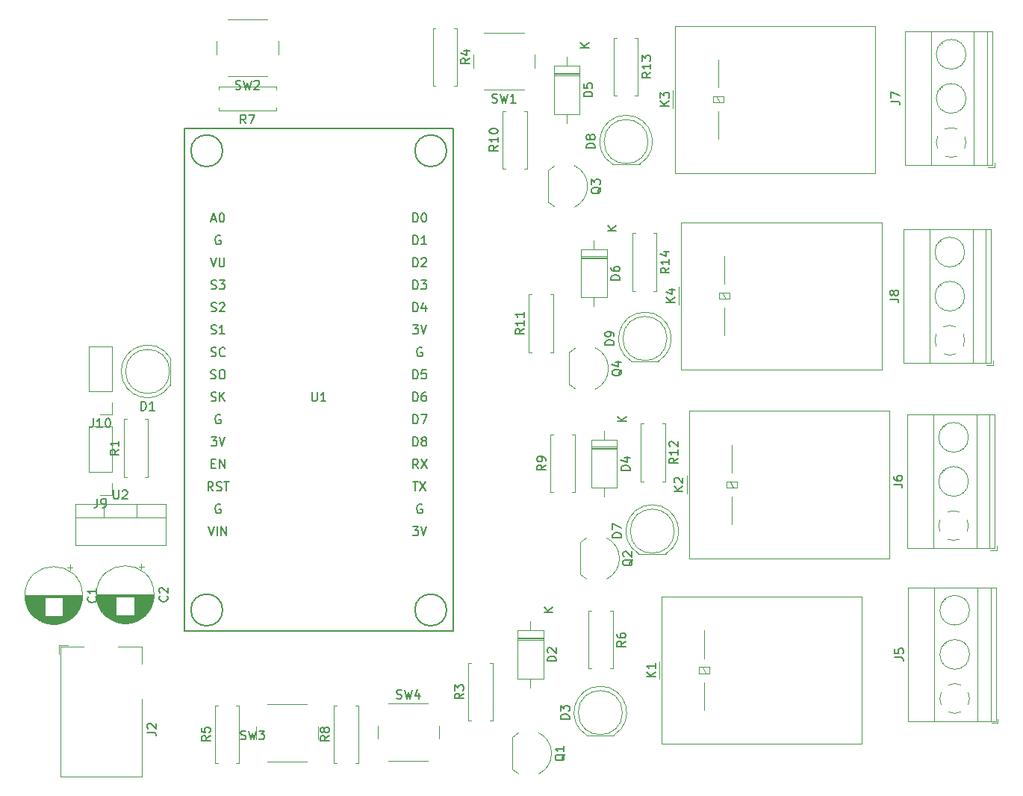
<source format=gbr>
%TF.GenerationSoftware,KiCad,Pcbnew,(5.1.12)-1*%
%TF.CreationDate,2022-02-17T13:15:52+05:30*%
%TF.ProjectId,homeAutomation,686f6d65-4175-4746-9f6d-6174696f6e2e,rev?*%
%TF.SameCoordinates,Original*%
%TF.FileFunction,Legend,Top*%
%TF.FilePolarity,Positive*%
%FSLAX46Y46*%
G04 Gerber Fmt 4.6, Leading zero omitted, Abs format (unit mm)*
G04 Created by KiCad (PCBNEW (5.1.12)-1) date 2022-02-17 13:15:52*
%MOMM*%
%LPD*%
G01*
G04 APERTURE LIST*
%ADD10C,0.120000*%
%ADD11C,0.150000*%
G04 APERTURE END LIST*
D10*
%TO.C,SW2*%
X53432200Y-19811100D02*
X48932200Y-19811100D01*
X54682200Y-23811100D02*
X54682200Y-22311100D01*
X48932200Y-26311100D02*
X53432200Y-26311100D01*
X47682200Y-22311100D02*
X47682200Y-23811100D01*
%TO.C,R4*%
X74598400Y-20821900D02*
X74928400Y-20821900D01*
X74928400Y-20821900D02*
X74928400Y-27361900D01*
X74928400Y-27361900D02*
X74598400Y-27361900D01*
X72518400Y-20821900D02*
X72188400Y-20821900D01*
X72188400Y-20821900D02*
X72188400Y-27361900D01*
X72188400Y-27361900D02*
X72518400Y-27361900D01*
D11*
%TO.C,U1*%
X73754251Y-86804500D02*
G75*
G03*
X73754251Y-86804500I-1796051J0D01*
G01*
X48354251Y-86804500D02*
G75*
G03*
X48354251Y-86804500I-1796051J0D01*
G01*
X48354251Y-34734500D02*
G75*
G03*
X48354251Y-34734500I-1796051J0D01*
G01*
X73754251Y-34734500D02*
G75*
G03*
X73754251Y-34734500I-1796051J0D01*
G01*
X74508200Y-32174500D02*
X44508200Y-32174500D01*
X44508200Y-32174500D02*
X44008200Y-32174500D01*
X44008200Y-32174500D02*
X44008200Y-89174500D01*
X44008200Y-89174500D02*
X74508200Y-89174500D01*
X74508200Y-89174500D02*
X74508200Y-32174500D01*
D10*
%TO.C,SW1*%
X82515200Y-21335100D02*
X78015200Y-21335100D01*
X83765200Y-25335100D02*
X83765200Y-23835100D01*
X78015200Y-27835100D02*
X82515200Y-27835100D01*
X76765200Y-23835100D02*
X76765200Y-25335100D01*
%TO.C,Q4*%
X87659600Y-57623300D02*
X87659600Y-61223300D01*
X88386805Y-61747484D02*
G75*
G02*
X87659600Y-61223300I1122795J2324184D01*
G01*
X90608407Y-61779700D02*
G75*
G03*
X92109600Y-59423300I-1098807J2356400D01*
G01*
X90608407Y-57066900D02*
G75*
G02*
X92109600Y-59423300I-1098807J-2356400D01*
G01*
X88386805Y-57099116D02*
G75*
G03*
X87659600Y-57623300I1122795J-2324184D01*
G01*
%TO.C,Q3*%
X85297400Y-36973100D02*
X85297400Y-40573100D01*
X86024605Y-41097284D02*
G75*
G02*
X85297400Y-40573100I1122795J2324184D01*
G01*
X88246207Y-41129500D02*
G75*
G03*
X89747400Y-38773100I-1098807J2356400D01*
G01*
X88246207Y-36416700D02*
G75*
G02*
X89747400Y-38773100I-1098807J-2356400D01*
G01*
X86024605Y-36448916D02*
G75*
G03*
X85297400Y-36973100I1122795J-2324184D01*
G01*
%TO.C,Q2*%
X88904200Y-79162500D02*
X88904200Y-82762500D01*
X89631405Y-83286684D02*
G75*
G02*
X88904200Y-82762500I1122795J2324184D01*
G01*
X91853007Y-83318900D02*
G75*
G03*
X93354200Y-80962500I-1098807J2356400D01*
G01*
X91853007Y-78606100D02*
G75*
G02*
X93354200Y-80962500I-1098807J-2356400D01*
G01*
X89631405Y-78638316D02*
G75*
G03*
X88904200Y-79162500I1122795J-2324184D01*
G01*
%TO.C,Q1*%
X81208000Y-101260500D02*
X81208000Y-104860500D01*
X81935205Y-105384684D02*
G75*
G02*
X81208000Y-104860500I1122795J2324184D01*
G01*
X84156807Y-105416900D02*
G75*
G03*
X85658000Y-103060500I-1098807J2356400D01*
G01*
X84156807Y-100704100D02*
G75*
G02*
X85658000Y-103060500I-1098807J-2356400D01*
G01*
X81935205Y-100736316D02*
G75*
G03*
X81208000Y-101260500I1122795J-2324184D01*
G01*
%TO.C,U2*%
X31633800Y-74771500D02*
X41873800Y-74771500D01*
X31633800Y-79412500D02*
X41873800Y-79412500D01*
X31633800Y-74771500D02*
X31633800Y-79412500D01*
X41873800Y-74771500D02*
X41873800Y-79412500D01*
X31633800Y-76281500D02*
X41873800Y-76281500D01*
X34903800Y-74771500D02*
X34903800Y-76281500D01*
X38604800Y-74771500D02*
X38604800Y-76281500D01*
%TO.C,SW4*%
X67169400Y-103912300D02*
X71669400Y-103912300D01*
X65919400Y-99912300D02*
X65919400Y-101412300D01*
X71669400Y-97412300D02*
X67169400Y-97412300D01*
X72919400Y-101412300D02*
X72919400Y-99912300D01*
%TO.C,SW3*%
X53428000Y-103984300D02*
X57928000Y-103984300D01*
X52178000Y-99984300D02*
X52178000Y-101484300D01*
X57928000Y-97484300D02*
X53428000Y-97484300D01*
X59178000Y-101484300D02*
X59178000Y-99984300D01*
%TO.C,R14*%
X97229800Y-44088300D02*
X97559800Y-44088300D01*
X97559800Y-44088300D02*
X97559800Y-50628300D01*
X97559800Y-50628300D02*
X97229800Y-50628300D01*
X95149800Y-44088300D02*
X94819800Y-44088300D01*
X94819800Y-44088300D02*
X94819800Y-50628300D01*
X94819800Y-50628300D02*
X95149800Y-50628300D01*
%TO.C,R13*%
X95121600Y-21939500D02*
X95451600Y-21939500D01*
X95451600Y-21939500D02*
X95451600Y-28479500D01*
X95451600Y-28479500D02*
X95121600Y-28479500D01*
X93041600Y-21939500D02*
X92711600Y-21939500D01*
X92711600Y-21939500D02*
X92711600Y-28479500D01*
X92711600Y-28479500D02*
X93041600Y-28479500D01*
%TO.C,R12*%
X98195000Y-65678300D02*
X98525000Y-65678300D01*
X98525000Y-65678300D02*
X98525000Y-72218300D01*
X98525000Y-72218300D02*
X98195000Y-72218300D01*
X96115000Y-65678300D02*
X95785000Y-65678300D01*
X95785000Y-65678300D02*
X95785000Y-72218300D01*
X95785000Y-72218300D02*
X96115000Y-72218300D01*
%TO.C,R11*%
X83415000Y-57562500D02*
X83085000Y-57562500D01*
X83085000Y-57562500D02*
X83085000Y-51022500D01*
X83085000Y-51022500D02*
X83415000Y-51022500D01*
X85495000Y-57562500D02*
X85825000Y-57562500D01*
X85825000Y-57562500D02*
X85825000Y-51022500D01*
X85825000Y-51022500D02*
X85495000Y-51022500D01*
%TO.C,R10*%
X80468600Y-36759900D02*
X80138600Y-36759900D01*
X80138600Y-36759900D02*
X80138600Y-30219900D01*
X80138600Y-30219900D02*
X80468600Y-30219900D01*
X82548600Y-36759900D02*
X82878600Y-36759900D01*
X82878600Y-36759900D02*
X82878600Y-30219900D01*
X82878600Y-30219900D02*
X82548600Y-30219900D01*
%TO.C,R9*%
X85878800Y-73462900D02*
X85548800Y-73462900D01*
X85548800Y-73462900D02*
X85548800Y-66922900D01*
X85548800Y-66922900D02*
X85878800Y-66922900D01*
X87958800Y-73462900D02*
X88288800Y-73462900D01*
X88288800Y-73462900D02*
X88288800Y-66922900D01*
X88288800Y-66922900D02*
X87958800Y-66922900D01*
%TO.C,R8*%
X61317000Y-104171500D02*
X60987000Y-104171500D01*
X60987000Y-104171500D02*
X60987000Y-97631500D01*
X60987000Y-97631500D02*
X61317000Y-97631500D01*
X63397000Y-104171500D02*
X63727000Y-104171500D01*
X63727000Y-104171500D02*
X63727000Y-97631500D01*
X63727000Y-97631500D02*
X63397000Y-97631500D01*
%TO.C,R7*%
X54425600Y-29856300D02*
X54425600Y-30186300D01*
X54425600Y-30186300D02*
X47885600Y-30186300D01*
X47885600Y-30186300D02*
X47885600Y-29856300D01*
X54425600Y-27776300D02*
X54425600Y-27446300D01*
X54425600Y-27446300D02*
X47885600Y-27446300D01*
X47885600Y-27446300D02*
X47885600Y-27776300D01*
%TO.C,R6*%
X92276800Y-86912700D02*
X92606800Y-86912700D01*
X92606800Y-86912700D02*
X92606800Y-93452700D01*
X92606800Y-93452700D02*
X92276800Y-93452700D01*
X90196800Y-86912700D02*
X89866800Y-86912700D01*
X89866800Y-86912700D02*
X89866800Y-93452700D01*
X89866800Y-93452700D02*
X90196800Y-93452700D01*
%TO.C,R5*%
X47829600Y-104171500D02*
X47499600Y-104171500D01*
X47499600Y-104171500D02*
X47499600Y-97631500D01*
X47499600Y-97631500D02*
X47829600Y-97631500D01*
X49909600Y-104171500D02*
X50239600Y-104171500D01*
X50239600Y-104171500D02*
X50239600Y-97631500D01*
X50239600Y-97631500D02*
X49909600Y-97631500D01*
%TO.C,R3*%
X76557000Y-99370900D02*
X76227000Y-99370900D01*
X76227000Y-99370900D02*
X76227000Y-92830900D01*
X76227000Y-92830900D02*
X76557000Y-92830900D01*
X78637000Y-99370900D02*
X78967000Y-99370900D01*
X78967000Y-99370900D02*
X78967000Y-92830900D01*
X78967000Y-92830900D02*
X78637000Y-92830900D01*
%TO.C,R1*%
X37491800Y-71710300D02*
X37161800Y-71710300D01*
X37161800Y-71710300D02*
X37161800Y-65170300D01*
X37161800Y-65170300D02*
X37491800Y-65170300D01*
X39571800Y-71710300D02*
X39901800Y-71710300D01*
X39901800Y-71710300D02*
X39901800Y-65170300D01*
X39901800Y-65170300D02*
X39571800Y-65170300D01*
%TO.C,J10*%
X35823200Y-56899500D02*
X33163200Y-56899500D01*
X35823200Y-62039500D02*
X35823200Y-56899500D01*
X33163200Y-62039500D02*
X33163200Y-56899500D01*
X35823200Y-62039500D02*
X33163200Y-62039500D01*
X35823200Y-63309500D02*
X35823200Y-64639500D01*
X35823200Y-64639500D02*
X34493200Y-64639500D01*
%TO.C,J9*%
X35823200Y-65992700D02*
X33163200Y-65992700D01*
X35823200Y-71132700D02*
X35823200Y-65992700D01*
X33163200Y-71132700D02*
X33163200Y-65992700D01*
X35823200Y-71132700D02*
X33163200Y-71132700D01*
X35823200Y-72402700D02*
X35823200Y-73732700D01*
X35823200Y-73732700D02*
X34493200Y-73732700D01*
%TO.C,J8*%
X132490000Y-51222900D02*
G75*
G03*
X132490000Y-51222900I-1680000J0D01*
G01*
X132490000Y-46222900D02*
G75*
G03*
X132490000Y-46222900I-1680000J0D01*
G01*
X134910000Y-58782900D02*
X134910000Y-43662900D01*
X133410000Y-58782900D02*
X133410000Y-43662900D01*
X128509000Y-58782900D02*
X128509000Y-43662900D01*
X125549000Y-58782900D02*
X125549000Y-43662900D01*
X135470000Y-58782900D02*
X135470000Y-43662900D01*
X125549000Y-58782900D02*
X135470000Y-58782900D01*
X125549000Y-43662900D02*
X135470000Y-43662900D01*
X129741000Y-49947900D02*
X129787000Y-49994900D01*
X132049000Y-52256900D02*
X132084000Y-52291900D01*
X129535000Y-50152900D02*
X129571000Y-50187900D01*
X131833000Y-52449900D02*
X131879000Y-52496900D01*
X129741000Y-44947900D02*
X129787000Y-44994900D01*
X132049000Y-47256900D02*
X132084000Y-47291900D01*
X129535000Y-45152900D02*
X129571000Y-45187900D01*
X131833000Y-47449900D02*
X131879000Y-47496900D01*
X134970000Y-59022900D02*
X135710000Y-59022900D01*
X135710000Y-59022900D02*
X135710000Y-58522900D01*
X132490253Y-56194095D02*
G75*
G02*
X132345000Y-56906900I-1680253J-28805D01*
G01*
X131493042Y-57758326D02*
G75*
G02*
X130126000Y-57757900I-683042J1535426D01*
G01*
X129274574Y-56905942D02*
G75*
G02*
X129275000Y-55538900I1535426J683042D01*
G01*
X130126958Y-54687474D02*
G75*
G02*
X131494000Y-54687900I683042J-1535426D01*
G01*
X132344756Y-55539582D02*
G75*
G02*
X132490000Y-56222900I-1534756J-683318D01*
G01*
%TO.C,J7*%
X132642400Y-28794700D02*
G75*
G03*
X132642400Y-28794700I-1680000J0D01*
G01*
X132642400Y-23794700D02*
G75*
G03*
X132642400Y-23794700I-1680000J0D01*
G01*
X135062400Y-36354700D02*
X135062400Y-21234700D01*
X133562400Y-36354700D02*
X133562400Y-21234700D01*
X128661400Y-36354700D02*
X128661400Y-21234700D01*
X125701400Y-36354700D02*
X125701400Y-21234700D01*
X135622400Y-36354700D02*
X135622400Y-21234700D01*
X125701400Y-36354700D02*
X135622400Y-36354700D01*
X125701400Y-21234700D02*
X135622400Y-21234700D01*
X129893400Y-27519700D02*
X129939400Y-27566700D01*
X132201400Y-29828700D02*
X132236400Y-29863700D01*
X129687400Y-27724700D02*
X129723400Y-27759700D01*
X131985400Y-30021700D02*
X132031400Y-30068700D01*
X129893400Y-22519700D02*
X129939400Y-22566700D01*
X132201400Y-24828700D02*
X132236400Y-24863700D01*
X129687400Y-22724700D02*
X129723400Y-22759700D01*
X131985400Y-25021700D02*
X132031400Y-25068700D01*
X135122400Y-36594700D02*
X135862400Y-36594700D01*
X135862400Y-36594700D02*
X135862400Y-36094700D01*
X132642653Y-33765895D02*
G75*
G02*
X132497400Y-34478700I-1680253J-28805D01*
G01*
X131645442Y-35330126D02*
G75*
G02*
X130278400Y-35329700I-683042J1535426D01*
G01*
X129426974Y-34477742D02*
G75*
G02*
X129427400Y-33110700I1535426J683042D01*
G01*
X130279358Y-32259274D02*
G75*
G02*
X131646400Y-32259700I683042J-1535426D01*
G01*
X132497156Y-33111382D02*
G75*
G02*
X132642400Y-33794700I-1534756J-683318D01*
G01*
%TO.C,J6*%
X132921800Y-72228700D02*
G75*
G03*
X132921800Y-72228700I-1680000J0D01*
G01*
X132921800Y-67228700D02*
G75*
G03*
X132921800Y-67228700I-1680000J0D01*
G01*
X135341800Y-79788700D02*
X135341800Y-64668700D01*
X133841800Y-79788700D02*
X133841800Y-64668700D01*
X128940800Y-79788700D02*
X128940800Y-64668700D01*
X125980800Y-79788700D02*
X125980800Y-64668700D01*
X135901800Y-79788700D02*
X135901800Y-64668700D01*
X125980800Y-79788700D02*
X135901800Y-79788700D01*
X125980800Y-64668700D02*
X135901800Y-64668700D01*
X130172800Y-70953700D02*
X130218800Y-71000700D01*
X132480800Y-73262700D02*
X132515800Y-73297700D01*
X129966800Y-71158700D02*
X130002800Y-71193700D01*
X132264800Y-73455700D02*
X132310800Y-73502700D01*
X130172800Y-65953700D02*
X130218800Y-66000700D01*
X132480800Y-68262700D02*
X132515800Y-68297700D01*
X129966800Y-66158700D02*
X130002800Y-66193700D01*
X132264800Y-68455700D02*
X132310800Y-68502700D01*
X135401800Y-80028700D02*
X136141800Y-80028700D01*
X136141800Y-80028700D02*
X136141800Y-79528700D01*
X132922053Y-77199895D02*
G75*
G02*
X132776800Y-77912700I-1680253J-28805D01*
G01*
X131924842Y-78764126D02*
G75*
G02*
X130557800Y-78763700I-683042J1535426D01*
G01*
X129706374Y-77911742D02*
G75*
G02*
X129706800Y-76544700I1535426J683042D01*
G01*
X130558758Y-75693274D02*
G75*
G02*
X131925800Y-75693700I683042J-1535426D01*
G01*
X132776556Y-76545382D02*
G75*
G02*
X132921800Y-77228700I-1534756J-683318D01*
G01*
%TO.C,J5*%
X133048800Y-91837500D02*
G75*
G03*
X133048800Y-91837500I-1680000J0D01*
G01*
X133048800Y-86837500D02*
G75*
G03*
X133048800Y-86837500I-1680000J0D01*
G01*
X135468800Y-99397500D02*
X135468800Y-84277500D01*
X133968800Y-99397500D02*
X133968800Y-84277500D01*
X129067800Y-99397500D02*
X129067800Y-84277500D01*
X126107800Y-99397500D02*
X126107800Y-84277500D01*
X136028800Y-99397500D02*
X136028800Y-84277500D01*
X126107800Y-99397500D02*
X136028800Y-99397500D01*
X126107800Y-84277500D02*
X136028800Y-84277500D01*
X130299800Y-90562500D02*
X130345800Y-90609500D01*
X132607800Y-92871500D02*
X132642800Y-92906500D01*
X130093800Y-90767500D02*
X130129800Y-90802500D01*
X132391800Y-93064500D02*
X132437800Y-93111500D01*
X130299800Y-85562500D02*
X130345800Y-85609500D01*
X132607800Y-87871500D02*
X132642800Y-87906500D01*
X130093800Y-85767500D02*
X130129800Y-85802500D01*
X132391800Y-88064500D02*
X132437800Y-88111500D01*
X135528800Y-99637500D02*
X136268800Y-99637500D01*
X136268800Y-99637500D02*
X136268800Y-99137500D01*
X133049053Y-96808695D02*
G75*
G02*
X132903800Y-97521500I-1680253J-28805D01*
G01*
X132051842Y-98372926D02*
G75*
G02*
X130684800Y-98372500I-683042J1535426D01*
G01*
X129833374Y-97520542D02*
G75*
G02*
X129833800Y-96153500I1535426J683042D01*
G01*
X130685758Y-95302074D02*
G75*
G02*
X132052800Y-95302500I683042J-1535426D01*
G01*
X132903556Y-96154182D02*
G75*
G02*
X133048800Y-96837500I-1534756J-683318D01*
G01*
%TO.C,J2*%
X30844800Y-90784500D02*
X29794800Y-90784500D01*
X29794800Y-91834500D02*
X29794800Y-90784500D01*
X39194800Y-96884500D02*
X39194800Y-105684500D01*
X39194800Y-105684500D02*
X29994800Y-105684500D01*
X36494800Y-90984500D02*
X39194800Y-90984500D01*
X39194800Y-90984500D02*
X39194800Y-92884500D01*
X29994800Y-105684500D02*
X29994800Y-90984500D01*
X29994800Y-90984500D02*
X32594800Y-90984500D01*
%TO.C,D9*%
X98740600Y-56019700D02*
G75*
G03*
X98740600Y-56019700I-2500000J0D01*
G01*
X94695600Y-58579700D02*
X97785600Y-58579700D01*
X96240138Y-53029700D02*
G75*
G02*
X97785430Y-58579700I462J-2990000D01*
G01*
X96241062Y-53029700D02*
G75*
G03*
X94695770Y-58579700I-462J-2990000D01*
G01*
%TO.C,D8*%
X96607000Y-33693100D02*
G75*
G03*
X96607000Y-33693100I-2500000J0D01*
G01*
X92562000Y-36253100D02*
X95652000Y-36253100D01*
X94106538Y-30703100D02*
G75*
G02*
X95651830Y-36253100I462J-2990000D01*
G01*
X94107462Y-30703100D02*
G75*
G03*
X92562170Y-36253100I-462J-2990000D01*
G01*
%TO.C,D7*%
X99578800Y-77863700D02*
G75*
G03*
X99578800Y-77863700I-2500000J0D01*
G01*
X95533800Y-80423700D02*
X98623800Y-80423700D01*
X97078338Y-74873700D02*
G75*
G02*
X98623630Y-80423700I462J-2990000D01*
G01*
X97079262Y-74873700D02*
G75*
G03*
X95533970Y-80423700I-462J-2990000D01*
G01*
%TO.C,D3*%
X93686000Y-98437700D02*
G75*
G03*
X93686000Y-98437700I-2500000J0D01*
G01*
X89641000Y-100997700D02*
X92731000Y-100997700D01*
X91185538Y-95447700D02*
G75*
G02*
X92730830Y-100997700I462J-2990000D01*
G01*
X91186462Y-95447700D02*
G75*
G03*
X89641170Y-100997700I-462J-2990000D01*
G01*
%TO.C,D1*%
X42352600Y-59753500D02*
G75*
G03*
X42352600Y-59753500I-2500000J0D01*
G01*
X42412600Y-61298500D02*
X42412600Y-58208500D01*
X36862600Y-59753962D02*
G75*
G02*
X42412600Y-58208670I2990000J462D01*
G01*
X36862600Y-59753038D02*
G75*
G03*
X42412600Y-61298330I2990000J-462D01*
G01*
%TO.C,C2*%
X40582600Y-85057300D02*
G75*
G03*
X40582600Y-85057300I-3270000J0D01*
G01*
X40542600Y-85057300D02*
X34082600Y-85057300D01*
X40542600Y-85097300D02*
X34082600Y-85097300D01*
X40542600Y-85137300D02*
X34082600Y-85137300D01*
X40540600Y-85177300D02*
X34084600Y-85177300D01*
X40539600Y-85217300D02*
X34085600Y-85217300D01*
X40536600Y-85257300D02*
X34088600Y-85257300D01*
X40534600Y-85297300D02*
X38352600Y-85297300D01*
X36272600Y-85297300D02*
X34090600Y-85297300D01*
X40530600Y-85337300D02*
X38352600Y-85337300D01*
X36272600Y-85337300D02*
X34094600Y-85337300D01*
X40527600Y-85377300D02*
X38352600Y-85377300D01*
X36272600Y-85377300D02*
X34097600Y-85377300D01*
X40523600Y-85417300D02*
X38352600Y-85417300D01*
X36272600Y-85417300D02*
X34101600Y-85417300D01*
X40518600Y-85457300D02*
X38352600Y-85457300D01*
X36272600Y-85457300D02*
X34106600Y-85457300D01*
X40513600Y-85497300D02*
X38352600Y-85497300D01*
X36272600Y-85497300D02*
X34111600Y-85497300D01*
X40507600Y-85537300D02*
X38352600Y-85537300D01*
X36272600Y-85537300D02*
X34117600Y-85537300D01*
X40501600Y-85577300D02*
X38352600Y-85577300D01*
X36272600Y-85577300D02*
X34123600Y-85577300D01*
X40494600Y-85617300D02*
X38352600Y-85617300D01*
X36272600Y-85617300D02*
X34130600Y-85617300D01*
X40487600Y-85657300D02*
X38352600Y-85657300D01*
X36272600Y-85657300D02*
X34137600Y-85657300D01*
X40479600Y-85697300D02*
X38352600Y-85697300D01*
X36272600Y-85697300D02*
X34145600Y-85697300D01*
X40471600Y-85737300D02*
X38352600Y-85737300D01*
X36272600Y-85737300D02*
X34153600Y-85737300D01*
X40462600Y-85778300D02*
X38352600Y-85778300D01*
X36272600Y-85778300D02*
X34162600Y-85778300D01*
X40453600Y-85818300D02*
X38352600Y-85818300D01*
X36272600Y-85818300D02*
X34171600Y-85818300D01*
X40443600Y-85858300D02*
X38352600Y-85858300D01*
X36272600Y-85858300D02*
X34181600Y-85858300D01*
X40433600Y-85898300D02*
X38352600Y-85898300D01*
X36272600Y-85898300D02*
X34191600Y-85898300D01*
X40422600Y-85938300D02*
X38352600Y-85938300D01*
X36272600Y-85938300D02*
X34202600Y-85938300D01*
X40410600Y-85978300D02*
X38352600Y-85978300D01*
X36272600Y-85978300D02*
X34214600Y-85978300D01*
X40398600Y-86018300D02*
X38352600Y-86018300D01*
X36272600Y-86018300D02*
X34226600Y-86018300D01*
X40386600Y-86058300D02*
X38352600Y-86058300D01*
X36272600Y-86058300D02*
X34238600Y-86058300D01*
X40373600Y-86098300D02*
X38352600Y-86098300D01*
X36272600Y-86098300D02*
X34251600Y-86098300D01*
X40359600Y-86138300D02*
X38352600Y-86138300D01*
X36272600Y-86138300D02*
X34265600Y-86138300D01*
X40345600Y-86178300D02*
X38352600Y-86178300D01*
X36272600Y-86178300D02*
X34279600Y-86178300D01*
X40330600Y-86218300D02*
X38352600Y-86218300D01*
X36272600Y-86218300D02*
X34294600Y-86218300D01*
X40314600Y-86258300D02*
X38352600Y-86258300D01*
X36272600Y-86258300D02*
X34310600Y-86258300D01*
X40298600Y-86298300D02*
X38352600Y-86298300D01*
X36272600Y-86298300D02*
X34326600Y-86298300D01*
X40282600Y-86338300D02*
X38352600Y-86338300D01*
X36272600Y-86338300D02*
X34342600Y-86338300D01*
X40264600Y-86378300D02*
X38352600Y-86378300D01*
X36272600Y-86378300D02*
X34360600Y-86378300D01*
X40246600Y-86418300D02*
X38352600Y-86418300D01*
X36272600Y-86418300D02*
X34378600Y-86418300D01*
X40228600Y-86458300D02*
X38352600Y-86458300D01*
X36272600Y-86458300D02*
X34396600Y-86458300D01*
X40208600Y-86498300D02*
X38352600Y-86498300D01*
X36272600Y-86498300D02*
X34416600Y-86498300D01*
X40188600Y-86538300D02*
X38352600Y-86538300D01*
X36272600Y-86538300D02*
X34436600Y-86538300D01*
X40168600Y-86578300D02*
X38352600Y-86578300D01*
X36272600Y-86578300D02*
X34456600Y-86578300D01*
X40146600Y-86618300D02*
X38352600Y-86618300D01*
X36272600Y-86618300D02*
X34478600Y-86618300D01*
X40124600Y-86658300D02*
X38352600Y-86658300D01*
X36272600Y-86658300D02*
X34500600Y-86658300D01*
X40102600Y-86698300D02*
X38352600Y-86698300D01*
X36272600Y-86698300D02*
X34522600Y-86698300D01*
X40078600Y-86738300D02*
X38352600Y-86738300D01*
X36272600Y-86738300D02*
X34546600Y-86738300D01*
X40054600Y-86778300D02*
X38352600Y-86778300D01*
X36272600Y-86778300D02*
X34570600Y-86778300D01*
X40028600Y-86818300D02*
X38352600Y-86818300D01*
X36272600Y-86818300D02*
X34596600Y-86818300D01*
X40002600Y-86858300D02*
X38352600Y-86858300D01*
X36272600Y-86858300D02*
X34622600Y-86858300D01*
X39976600Y-86898300D02*
X38352600Y-86898300D01*
X36272600Y-86898300D02*
X34648600Y-86898300D01*
X39948600Y-86938300D02*
X38352600Y-86938300D01*
X36272600Y-86938300D02*
X34676600Y-86938300D01*
X39919600Y-86978300D02*
X38352600Y-86978300D01*
X36272600Y-86978300D02*
X34705600Y-86978300D01*
X39890600Y-87018300D02*
X38352600Y-87018300D01*
X36272600Y-87018300D02*
X34734600Y-87018300D01*
X39860600Y-87058300D02*
X38352600Y-87058300D01*
X36272600Y-87058300D02*
X34764600Y-87058300D01*
X39828600Y-87098300D02*
X38352600Y-87098300D01*
X36272600Y-87098300D02*
X34796600Y-87098300D01*
X39796600Y-87138300D02*
X38352600Y-87138300D01*
X36272600Y-87138300D02*
X34828600Y-87138300D01*
X39762600Y-87178300D02*
X38352600Y-87178300D01*
X36272600Y-87178300D02*
X34862600Y-87178300D01*
X39728600Y-87218300D02*
X38352600Y-87218300D01*
X36272600Y-87218300D02*
X34896600Y-87218300D01*
X39692600Y-87258300D02*
X38352600Y-87258300D01*
X36272600Y-87258300D02*
X34932600Y-87258300D01*
X39655600Y-87298300D02*
X38352600Y-87298300D01*
X36272600Y-87298300D02*
X34969600Y-87298300D01*
X39617600Y-87338300D02*
X38352600Y-87338300D01*
X36272600Y-87338300D02*
X35007600Y-87338300D01*
X39577600Y-87378300D02*
X35047600Y-87378300D01*
X39536600Y-87418300D02*
X35088600Y-87418300D01*
X39494600Y-87458300D02*
X35130600Y-87458300D01*
X39449600Y-87498300D02*
X35175600Y-87498300D01*
X39404600Y-87538300D02*
X35220600Y-87538300D01*
X39356600Y-87578300D02*
X35268600Y-87578300D01*
X39307600Y-87618300D02*
X35317600Y-87618300D01*
X39256600Y-87658300D02*
X35368600Y-87658300D01*
X39202600Y-87698300D02*
X35422600Y-87698300D01*
X39146600Y-87738300D02*
X35478600Y-87738300D01*
X39088600Y-87778300D02*
X35536600Y-87778300D01*
X39026600Y-87818300D02*
X35598600Y-87818300D01*
X38962600Y-87858300D02*
X35662600Y-87858300D01*
X38893600Y-87898300D02*
X35731600Y-87898300D01*
X38821600Y-87938300D02*
X35803600Y-87938300D01*
X38744600Y-87978300D02*
X35880600Y-87978300D01*
X38662600Y-88018300D02*
X35962600Y-88018300D01*
X38574600Y-88058300D02*
X36050600Y-88058300D01*
X38477600Y-88098300D02*
X36147600Y-88098300D01*
X38371600Y-88138300D02*
X36253600Y-88138300D01*
X38252600Y-88178300D02*
X36372600Y-88178300D01*
X38114600Y-88218300D02*
X36510600Y-88218300D01*
X37945600Y-88258300D02*
X36679600Y-88258300D01*
X37714600Y-88298300D02*
X36910600Y-88298300D01*
X39151600Y-81557059D02*
X39151600Y-82187059D01*
X39466600Y-81872059D02*
X38836600Y-81872059D01*
%TO.C,C1*%
X32480000Y-85158900D02*
G75*
G03*
X32480000Y-85158900I-3270000J0D01*
G01*
X32440000Y-85158900D02*
X25980000Y-85158900D01*
X32440000Y-85198900D02*
X25980000Y-85198900D01*
X32440000Y-85238900D02*
X25980000Y-85238900D01*
X32438000Y-85278900D02*
X25982000Y-85278900D01*
X32437000Y-85318900D02*
X25983000Y-85318900D01*
X32434000Y-85358900D02*
X25986000Y-85358900D01*
X32432000Y-85398900D02*
X30250000Y-85398900D01*
X28170000Y-85398900D02*
X25988000Y-85398900D01*
X32428000Y-85438900D02*
X30250000Y-85438900D01*
X28170000Y-85438900D02*
X25992000Y-85438900D01*
X32425000Y-85478900D02*
X30250000Y-85478900D01*
X28170000Y-85478900D02*
X25995000Y-85478900D01*
X32421000Y-85518900D02*
X30250000Y-85518900D01*
X28170000Y-85518900D02*
X25999000Y-85518900D01*
X32416000Y-85558900D02*
X30250000Y-85558900D01*
X28170000Y-85558900D02*
X26004000Y-85558900D01*
X32411000Y-85598900D02*
X30250000Y-85598900D01*
X28170000Y-85598900D02*
X26009000Y-85598900D01*
X32405000Y-85638900D02*
X30250000Y-85638900D01*
X28170000Y-85638900D02*
X26015000Y-85638900D01*
X32399000Y-85678900D02*
X30250000Y-85678900D01*
X28170000Y-85678900D02*
X26021000Y-85678900D01*
X32392000Y-85718900D02*
X30250000Y-85718900D01*
X28170000Y-85718900D02*
X26028000Y-85718900D01*
X32385000Y-85758900D02*
X30250000Y-85758900D01*
X28170000Y-85758900D02*
X26035000Y-85758900D01*
X32377000Y-85798900D02*
X30250000Y-85798900D01*
X28170000Y-85798900D02*
X26043000Y-85798900D01*
X32369000Y-85838900D02*
X30250000Y-85838900D01*
X28170000Y-85838900D02*
X26051000Y-85838900D01*
X32360000Y-85879900D02*
X30250000Y-85879900D01*
X28170000Y-85879900D02*
X26060000Y-85879900D01*
X32351000Y-85919900D02*
X30250000Y-85919900D01*
X28170000Y-85919900D02*
X26069000Y-85919900D01*
X32341000Y-85959900D02*
X30250000Y-85959900D01*
X28170000Y-85959900D02*
X26079000Y-85959900D01*
X32331000Y-85999900D02*
X30250000Y-85999900D01*
X28170000Y-85999900D02*
X26089000Y-85999900D01*
X32320000Y-86039900D02*
X30250000Y-86039900D01*
X28170000Y-86039900D02*
X26100000Y-86039900D01*
X32308000Y-86079900D02*
X30250000Y-86079900D01*
X28170000Y-86079900D02*
X26112000Y-86079900D01*
X32296000Y-86119900D02*
X30250000Y-86119900D01*
X28170000Y-86119900D02*
X26124000Y-86119900D01*
X32284000Y-86159900D02*
X30250000Y-86159900D01*
X28170000Y-86159900D02*
X26136000Y-86159900D01*
X32271000Y-86199900D02*
X30250000Y-86199900D01*
X28170000Y-86199900D02*
X26149000Y-86199900D01*
X32257000Y-86239900D02*
X30250000Y-86239900D01*
X28170000Y-86239900D02*
X26163000Y-86239900D01*
X32243000Y-86279900D02*
X30250000Y-86279900D01*
X28170000Y-86279900D02*
X26177000Y-86279900D01*
X32228000Y-86319900D02*
X30250000Y-86319900D01*
X28170000Y-86319900D02*
X26192000Y-86319900D01*
X32212000Y-86359900D02*
X30250000Y-86359900D01*
X28170000Y-86359900D02*
X26208000Y-86359900D01*
X32196000Y-86399900D02*
X30250000Y-86399900D01*
X28170000Y-86399900D02*
X26224000Y-86399900D01*
X32180000Y-86439900D02*
X30250000Y-86439900D01*
X28170000Y-86439900D02*
X26240000Y-86439900D01*
X32162000Y-86479900D02*
X30250000Y-86479900D01*
X28170000Y-86479900D02*
X26258000Y-86479900D01*
X32144000Y-86519900D02*
X30250000Y-86519900D01*
X28170000Y-86519900D02*
X26276000Y-86519900D01*
X32126000Y-86559900D02*
X30250000Y-86559900D01*
X28170000Y-86559900D02*
X26294000Y-86559900D01*
X32106000Y-86599900D02*
X30250000Y-86599900D01*
X28170000Y-86599900D02*
X26314000Y-86599900D01*
X32086000Y-86639900D02*
X30250000Y-86639900D01*
X28170000Y-86639900D02*
X26334000Y-86639900D01*
X32066000Y-86679900D02*
X30250000Y-86679900D01*
X28170000Y-86679900D02*
X26354000Y-86679900D01*
X32044000Y-86719900D02*
X30250000Y-86719900D01*
X28170000Y-86719900D02*
X26376000Y-86719900D01*
X32022000Y-86759900D02*
X30250000Y-86759900D01*
X28170000Y-86759900D02*
X26398000Y-86759900D01*
X32000000Y-86799900D02*
X30250000Y-86799900D01*
X28170000Y-86799900D02*
X26420000Y-86799900D01*
X31976000Y-86839900D02*
X30250000Y-86839900D01*
X28170000Y-86839900D02*
X26444000Y-86839900D01*
X31952000Y-86879900D02*
X30250000Y-86879900D01*
X28170000Y-86879900D02*
X26468000Y-86879900D01*
X31926000Y-86919900D02*
X30250000Y-86919900D01*
X28170000Y-86919900D02*
X26494000Y-86919900D01*
X31900000Y-86959900D02*
X30250000Y-86959900D01*
X28170000Y-86959900D02*
X26520000Y-86959900D01*
X31874000Y-86999900D02*
X30250000Y-86999900D01*
X28170000Y-86999900D02*
X26546000Y-86999900D01*
X31846000Y-87039900D02*
X30250000Y-87039900D01*
X28170000Y-87039900D02*
X26574000Y-87039900D01*
X31817000Y-87079900D02*
X30250000Y-87079900D01*
X28170000Y-87079900D02*
X26603000Y-87079900D01*
X31788000Y-87119900D02*
X30250000Y-87119900D01*
X28170000Y-87119900D02*
X26632000Y-87119900D01*
X31758000Y-87159900D02*
X30250000Y-87159900D01*
X28170000Y-87159900D02*
X26662000Y-87159900D01*
X31726000Y-87199900D02*
X30250000Y-87199900D01*
X28170000Y-87199900D02*
X26694000Y-87199900D01*
X31694000Y-87239900D02*
X30250000Y-87239900D01*
X28170000Y-87239900D02*
X26726000Y-87239900D01*
X31660000Y-87279900D02*
X30250000Y-87279900D01*
X28170000Y-87279900D02*
X26760000Y-87279900D01*
X31626000Y-87319900D02*
X30250000Y-87319900D01*
X28170000Y-87319900D02*
X26794000Y-87319900D01*
X31590000Y-87359900D02*
X30250000Y-87359900D01*
X28170000Y-87359900D02*
X26830000Y-87359900D01*
X31553000Y-87399900D02*
X30250000Y-87399900D01*
X28170000Y-87399900D02*
X26867000Y-87399900D01*
X31515000Y-87439900D02*
X30250000Y-87439900D01*
X28170000Y-87439900D02*
X26905000Y-87439900D01*
X31475000Y-87479900D02*
X26945000Y-87479900D01*
X31434000Y-87519900D02*
X26986000Y-87519900D01*
X31392000Y-87559900D02*
X27028000Y-87559900D01*
X31347000Y-87599900D02*
X27073000Y-87599900D01*
X31302000Y-87639900D02*
X27118000Y-87639900D01*
X31254000Y-87679900D02*
X27166000Y-87679900D01*
X31205000Y-87719900D02*
X27215000Y-87719900D01*
X31154000Y-87759900D02*
X27266000Y-87759900D01*
X31100000Y-87799900D02*
X27320000Y-87799900D01*
X31044000Y-87839900D02*
X27376000Y-87839900D01*
X30986000Y-87879900D02*
X27434000Y-87879900D01*
X30924000Y-87919900D02*
X27496000Y-87919900D01*
X30860000Y-87959900D02*
X27560000Y-87959900D01*
X30791000Y-87999900D02*
X27629000Y-87999900D01*
X30719000Y-88039900D02*
X27701000Y-88039900D01*
X30642000Y-88079900D02*
X27778000Y-88079900D01*
X30560000Y-88119900D02*
X27860000Y-88119900D01*
X30472000Y-88159900D02*
X27948000Y-88159900D01*
X30375000Y-88199900D02*
X28045000Y-88199900D01*
X30269000Y-88239900D02*
X28151000Y-88239900D01*
X30150000Y-88279900D02*
X28270000Y-88279900D01*
X30012000Y-88319900D02*
X28408000Y-88319900D01*
X29843000Y-88359900D02*
X28577000Y-88359900D01*
X29612000Y-88399900D02*
X28808000Y-88399900D01*
X31049000Y-81658659D02*
X31049000Y-82288659D01*
X31364000Y-81973659D02*
X30734000Y-81973659D01*
%TO.C,K4*%
X123072400Y-42843700D02*
X100372400Y-42843700D01*
X100372400Y-42843700D02*
X100372400Y-59543700D01*
X100372400Y-59543700D02*
X123072400Y-59543700D01*
X123072400Y-59543700D02*
X123072400Y-42843700D01*
X105422400Y-51543700D02*
X105022400Y-50843700D01*
X105822400Y-50843700D02*
X104622400Y-50843700D01*
X104622400Y-50843700D02*
X104622400Y-51543700D01*
X104622400Y-51543700D02*
X105822400Y-51543700D01*
X105822400Y-51543700D02*
X105822400Y-50843700D01*
X100112400Y-52193700D02*
X100112400Y-50193700D01*
X105222400Y-55693700D02*
X105222400Y-52543700D01*
X105222400Y-49843700D02*
X105222400Y-46693700D01*
%TO.C,K3*%
X122386600Y-20567900D02*
X99686600Y-20567900D01*
X99686600Y-20567900D02*
X99686600Y-37267900D01*
X99686600Y-37267900D02*
X122386600Y-37267900D01*
X122386600Y-37267900D02*
X122386600Y-20567900D01*
X104736600Y-29267900D02*
X104336600Y-28567900D01*
X105136600Y-28567900D02*
X103936600Y-28567900D01*
X103936600Y-28567900D02*
X103936600Y-29267900D01*
X103936600Y-29267900D02*
X105136600Y-29267900D01*
X105136600Y-29267900D02*
X105136600Y-28567900D01*
X99426600Y-29917900D02*
X99426600Y-27917900D01*
X104536600Y-33417900D02*
X104536600Y-30267900D01*
X104536600Y-27567900D02*
X104536600Y-24417900D01*
%TO.C,K2*%
X123936000Y-64230500D02*
X101236000Y-64230500D01*
X101236000Y-64230500D02*
X101236000Y-80930500D01*
X101236000Y-80930500D02*
X123936000Y-80930500D01*
X123936000Y-80930500D02*
X123936000Y-64230500D01*
X106286000Y-72930500D02*
X105886000Y-72230500D01*
X106686000Y-72230500D02*
X105486000Y-72230500D01*
X105486000Y-72230500D02*
X105486000Y-72930500D01*
X105486000Y-72930500D02*
X106686000Y-72930500D01*
X106686000Y-72930500D02*
X106686000Y-72230500D01*
X100976000Y-73580500D02*
X100976000Y-71580500D01*
X106086000Y-77080500D02*
X106086000Y-73930500D01*
X106086000Y-71230500D02*
X106086000Y-68080500D01*
%TO.C,K1*%
X120811800Y-85287100D02*
X98111800Y-85287100D01*
X98111800Y-85287100D02*
X98111800Y-101987100D01*
X98111800Y-101987100D02*
X120811800Y-101987100D01*
X120811800Y-101987100D02*
X120811800Y-85287100D01*
X103161800Y-93987100D02*
X102761800Y-93287100D01*
X103561800Y-93287100D02*
X102361800Y-93287100D01*
X102361800Y-93287100D02*
X102361800Y-93987100D01*
X102361800Y-93987100D02*
X103561800Y-93987100D01*
X103561800Y-93987100D02*
X103561800Y-93287100D01*
X97851800Y-94637100D02*
X97851800Y-92637100D01*
X102961800Y-98137100D02*
X102961800Y-94987100D01*
X102961800Y-92287100D02*
X102961800Y-89137100D01*
%TO.C,D6*%
X91919400Y-45908300D02*
X88979400Y-45908300D01*
X88979400Y-45908300D02*
X88979400Y-51348300D01*
X88979400Y-51348300D02*
X91919400Y-51348300D01*
X91919400Y-51348300D02*
X91919400Y-45908300D01*
X90449400Y-44888300D02*
X90449400Y-45908300D01*
X90449400Y-52368300D02*
X90449400Y-51348300D01*
X91919400Y-46808300D02*
X88979400Y-46808300D01*
X91919400Y-46928300D02*
X88979400Y-46928300D01*
X91919400Y-46688300D02*
X88979400Y-46688300D01*
%TO.C,D5*%
X88846000Y-25131100D02*
X85906000Y-25131100D01*
X85906000Y-25131100D02*
X85906000Y-30571100D01*
X85906000Y-30571100D02*
X88846000Y-30571100D01*
X88846000Y-30571100D02*
X88846000Y-25131100D01*
X87376000Y-24111100D02*
X87376000Y-25131100D01*
X87376000Y-31591100D02*
X87376000Y-30571100D01*
X88846000Y-26031100D02*
X85906000Y-26031100D01*
X88846000Y-26151100D02*
X85906000Y-26151100D01*
X88846000Y-25911100D02*
X85906000Y-25911100D01*
%TO.C,D4*%
X93087800Y-67523700D02*
X90147800Y-67523700D01*
X90147800Y-67523700D02*
X90147800Y-72963700D01*
X90147800Y-72963700D02*
X93087800Y-72963700D01*
X93087800Y-72963700D02*
X93087800Y-67523700D01*
X91617800Y-66503700D02*
X91617800Y-67523700D01*
X91617800Y-73983700D02*
X91617800Y-72963700D01*
X93087800Y-68423700D02*
X90147800Y-68423700D01*
X93087800Y-68543700D02*
X90147800Y-68543700D01*
X93087800Y-68303700D02*
X90147800Y-68303700D01*
%TO.C,D2*%
X84731200Y-89139100D02*
X81791200Y-89139100D01*
X81791200Y-89139100D02*
X81791200Y-94579100D01*
X81791200Y-94579100D02*
X84731200Y-94579100D01*
X84731200Y-94579100D02*
X84731200Y-89139100D01*
X83261200Y-88119100D02*
X83261200Y-89139100D01*
X83261200Y-95599100D02*
X83261200Y-94579100D01*
X84731200Y-90039100D02*
X81791200Y-90039100D01*
X84731200Y-90159100D02*
X81791200Y-90159100D01*
X84731200Y-89919100D02*
X81791200Y-89919100D01*
%TO.C,SW2*%
D11*
X49848866Y-27715861D02*
X49991723Y-27763480D01*
X50229819Y-27763480D01*
X50325057Y-27715861D01*
X50372676Y-27668242D01*
X50420295Y-27573004D01*
X50420295Y-27477766D01*
X50372676Y-27382528D01*
X50325057Y-27334909D01*
X50229819Y-27287290D01*
X50039342Y-27239671D01*
X49944104Y-27192052D01*
X49896485Y-27144433D01*
X49848866Y-27049195D01*
X49848866Y-26953957D01*
X49896485Y-26858719D01*
X49944104Y-26811100D01*
X50039342Y-26763480D01*
X50277438Y-26763480D01*
X50420295Y-26811100D01*
X50753628Y-26763480D02*
X50991723Y-27763480D01*
X51182200Y-27049195D01*
X51372676Y-27763480D01*
X51610771Y-26763480D01*
X51944104Y-26858719D02*
X51991723Y-26811100D01*
X52086961Y-26763480D01*
X52325057Y-26763480D01*
X52420295Y-26811100D01*
X52467914Y-26858719D01*
X52515533Y-26953957D01*
X52515533Y-27049195D01*
X52467914Y-27192052D01*
X51896485Y-27763480D01*
X52515533Y-27763480D01*
%TO.C,R4*%
X76380780Y-24258566D02*
X75904590Y-24591900D01*
X76380780Y-24829995D02*
X75380780Y-24829995D01*
X75380780Y-24449042D01*
X75428400Y-24353804D01*
X75476019Y-24306185D01*
X75571257Y-24258566D01*
X75714114Y-24258566D01*
X75809352Y-24306185D01*
X75856971Y-24353804D01*
X75904590Y-24449042D01*
X75904590Y-24829995D01*
X75714114Y-23401423D02*
X76380780Y-23401423D01*
X75333161Y-23639519D02*
X76047447Y-23877614D01*
X76047447Y-23258566D01*
%TO.C,U1*%
X58496295Y-62126880D02*
X58496295Y-62936404D01*
X58543914Y-63031642D01*
X58591533Y-63079261D01*
X58686771Y-63126880D01*
X58877247Y-63126880D01*
X58972485Y-63079261D01*
X59020104Y-63031642D01*
X59067723Y-62936404D01*
X59067723Y-62126880D01*
X60067723Y-63126880D02*
X59496295Y-63126880D01*
X59782009Y-63126880D02*
X59782009Y-62126880D01*
X59686771Y-62269738D01*
X59591533Y-62364976D01*
X59496295Y-62412595D01*
X69950104Y-42806880D02*
X69950104Y-41806880D01*
X70188200Y-41806880D01*
X70331057Y-41854500D01*
X70426295Y-41949738D01*
X70473914Y-42044976D01*
X70521533Y-42235452D01*
X70521533Y-42378309D01*
X70473914Y-42568785D01*
X70426295Y-42664023D01*
X70331057Y-42759261D01*
X70188200Y-42806880D01*
X69950104Y-42806880D01*
X71140580Y-41806880D02*
X71235819Y-41806880D01*
X71331057Y-41854500D01*
X71378676Y-41902119D01*
X71426295Y-41997357D01*
X71473914Y-42187833D01*
X71473914Y-42425928D01*
X71426295Y-42616404D01*
X71378676Y-42711642D01*
X71331057Y-42759261D01*
X71235819Y-42806880D01*
X71140580Y-42806880D01*
X71045342Y-42759261D01*
X70997723Y-42711642D01*
X70950104Y-42616404D01*
X70902485Y-42425928D01*
X70902485Y-42187833D01*
X70950104Y-41997357D01*
X70997723Y-41902119D01*
X71045342Y-41854500D01*
X71140580Y-41806880D01*
X69950104Y-45346880D02*
X69950104Y-44346880D01*
X70188200Y-44346880D01*
X70331057Y-44394500D01*
X70426295Y-44489738D01*
X70473914Y-44584976D01*
X70521533Y-44775452D01*
X70521533Y-44918309D01*
X70473914Y-45108785D01*
X70426295Y-45204023D01*
X70331057Y-45299261D01*
X70188200Y-45346880D01*
X69950104Y-45346880D01*
X71473914Y-45346880D02*
X70902485Y-45346880D01*
X71188200Y-45346880D02*
X71188200Y-44346880D01*
X71092961Y-44489738D01*
X70997723Y-44584976D01*
X70902485Y-44632595D01*
X69950104Y-47886880D02*
X69950104Y-46886880D01*
X70188200Y-46886880D01*
X70331057Y-46934500D01*
X70426295Y-47029738D01*
X70473914Y-47124976D01*
X70521533Y-47315452D01*
X70521533Y-47458309D01*
X70473914Y-47648785D01*
X70426295Y-47744023D01*
X70331057Y-47839261D01*
X70188200Y-47886880D01*
X69950104Y-47886880D01*
X70902485Y-46982119D02*
X70950104Y-46934500D01*
X71045342Y-46886880D01*
X71283438Y-46886880D01*
X71378676Y-46934500D01*
X71426295Y-46982119D01*
X71473914Y-47077357D01*
X71473914Y-47172595D01*
X71426295Y-47315452D01*
X70854866Y-47886880D01*
X71473914Y-47886880D01*
X69950104Y-50426880D02*
X69950104Y-49426880D01*
X70188200Y-49426880D01*
X70331057Y-49474500D01*
X70426295Y-49569738D01*
X70473914Y-49664976D01*
X70521533Y-49855452D01*
X70521533Y-49998309D01*
X70473914Y-50188785D01*
X70426295Y-50284023D01*
X70331057Y-50379261D01*
X70188200Y-50426880D01*
X69950104Y-50426880D01*
X70854866Y-49426880D02*
X71473914Y-49426880D01*
X71140580Y-49807833D01*
X71283438Y-49807833D01*
X71378676Y-49855452D01*
X71426295Y-49903071D01*
X71473914Y-49998309D01*
X71473914Y-50236404D01*
X71426295Y-50331642D01*
X71378676Y-50379261D01*
X71283438Y-50426880D01*
X70997723Y-50426880D01*
X70902485Y-50379261D01*
X70854866Y-50331642D01*
X69950104Y-52966880D02*
X69950104Y-51966880D01*
X70188200Y-51966880D01*
X70331057Y-52014500D01*
X70426295Y-52109738D01*
X70473914Y-52204976D01*
X70521533Y-52395452D01*
X70521533Y-52538309D01*
X70473914Y-52728785D01*
X70426295Y-52824023D01*
X70331057Y-52919261D01*
X70188200Y-52966880D01*
X69950104Y-52966880D01*
X71378676Y-52300214D02*
X71378676Y-52966880D01*
X71140580Y-51919261D02*
X70902485Y-52633547D01*
X71521533Y-52633547D01*
X69926295Y-54506880D02*
X70545342Y-54506880D01*
X70212009Y-54887833D01*
X70354866Y-54887833D01*
X70450104Y-54935452D01*
X70497723Y-54983071D01*
X70545342Y-55078309D01*
X70545342Y-55316404D01*
X70497723Y-55411642D01*
X70450104Y-55459261D01*
X70354866Y-55506880D01*
X70069152Y-55506880D01*
X69973914Y-55459261D01*
X69926295Y-55411642D01*
X70831057Y-54506880D02*
X71164390Y-55506880D01*
X71497723Y-54506880D01*
X70950104Y-57094500D02*
X70854866Y-57046880D01*
X70712009Y-57046880D01*
X70569152Y-57094500D01*
X70473914Y-57189738D01*
X70426295Y-57284976D01*
X70378676Y-57475452D01*
X70378676Y-57618309D01*
X70426295Y-57808785D01*
X70473914Y-57904023D01*
X70569152Y-57999261D01*
X70712009Y-58046880D01*
X70807247Y-58046880D01*
X70950104Y-57999261D01*
X70997723Y-57951642D01*
X70997723Y-57618309D01*
X70807247Y-57618309D01*
X69950104Y-60586880D02*
X69950104Y-59586880D01*
X70188200Y-59586880D01*
X70331057Y-59634500D01*
X70426295Y-59729738D01*
X70473914Y-59824976D01*
X70521533Y-60015452D01*
X70521533Y-60158309D01*
X70473914Y-60348785D01*
X70426295Y-60444023D01*
X70331057Y-60539261D01*
X70188200Y-60586880D01*
X69950104Y-60586880D01*
X71426295Y-59586880D02*
X70950104Y-59586880D01*
X70902485Y-60063071D01*
X70950104Y-60015452D01*
X71045342Y-59967833D01*
X71283438Y-59967833D01*
X71378676Y-60015452D01*
X71426295Y-60063071D01*
X71473914Y-60158309D01*
X71473914Y-60396404D01*
X71426295Y-60491642D01*
X71378676Y-60539261D01*
X71283438Y-60586880D01*
X71045342Y-60586880D01*
X70950104Y-60539261D01*
X70902485Y-60491642D01*
X69950104Y-63126880D02*
X69950104Y-62126880D01*
X70188200Y-62126880D01*
X70331057Y-62174500D01*
X70426295Y-62269738D01*
X70473914Y-62364976D01*
X70521533Y-62555452D01*
X70521533Y-62698309D01*
X70473914Y-62888785D01*
X70426295Y-62984023D01*
X70331057Y-63079261D01*
X70188200Y-63126880D01*
X69950104Y-63126880D01*
X71378676Y-62126880D02*
X71188200Y-62126880D01*
X71092961Y-62174500D01*
X71045342Y-62222119D01*
X70950104Y-62364976D01*
X70902485Y-62555452D01*
X70902485Y-62936404D01*
X70950104Y-63031642D01*
X70997723Y-63079261D01*
X71092961Y-63126880D01*
X71283438Y-63126880D01*
X71378676Y-63079261D01*
X71426295Y-63031642D01*
X71473914Y-62936404D01*
X71473914Y-62698309D01*
X71426295Y-62603071D01*
X71378676Y-62555452D01*
X71283438Y-62507833D01*
X71092961Y-62507833D01*
X70997723Y-62555452D01*
X70950104Y-62603071D01*
X70902485Y-62698309D01*
X69950104Y-65666880D02*
X69950104Y-64666880D01*
X70188200Y-64666880D01*
X70331057Y-64714500D01*
X70426295Y-64809738D01*
X70473914Y-64904976D01*
X70521533Y-65095452D01*
X70521533Y-65238309D01*
X70473914Y-65428785D01*
X70426295Y-65524023D01*
X70331057Y-65619261D01*
X70188200Y-65666880D01*
X69950104Y-65666880D01*
X70854866Y-64666880D02*
X71521533Y-64666880D01*
X71092961Y-65666880D01*
X69950104Y-68206880D02*
X69950104Y-67206880D01*
X70188200Y-67206880D01*
X70331057Y-67254500D01*
X70426295Y-67349738D01*
X70473914Y-67444976D01*
X70521533Y-67635452D01*
X70521533Y-67778309D01*
X70473914Y-67968785D01*
X70426295Y-68064023D01*
X70331057Y-68159261D01*
X70188200Y-68206880D01*
X69950104Y-68206880D01*
X71092961Y-67635452D02*
X70997723Y-67587833D01*
X70950104Y-67540214D01*
X70902485Y-67444976D01*
X70902485Y-67397357D01*
X70950104Y-67302119D01*
X70997723Y-67254500D01*
X71092961Y-67206880D01*
X71283438Y-67206880D01*
X71378676Y-67254500D01*
X71426295Y-67302119D01*
X71473914Y-67397357D01*
X71473914Y-67444976D01*
X71426295Y-67540214D01*
X71378676Y-67587833D01*
X71283438Y-67635452D01*
X71092961Y-67635452D01*
X70997723Y-67683071D01*
X70950104Y-67730690D01*
X70902485Y-67825928D01*
X70902485Y-68016404D01*
X70950104Y-68111642D01*
X70997723Y-68159261D01*
X71092961Y-68206880D01*
X71283438Y-68206880D01*
X71378676Y-68159261D01*
X71426295Y-68111642D01*
X71473914Y-68016404D01*
X71473914Y-67825928D01*
X71426295Y-67730690D01*
X71378676Y-67683071D01*
X71283438Y-67635452D01*
X70521533Y-70746880D02*
X70188200Y-70270690D01*
X69950104Y-70746880D02*
X69950104Y-69746880D01*
X70331057Y-69746880D01*
X70426295Y-69794500D01*
X70473914Y-69842119D01*
X70521533Y-69937357D01*
X70521533Y-70080214D01*
X70473914Y-70175452D01*
X70426295Y-70223071D01*
X70331057Y-70270690D01*
X69950104Y-70270690D01*
X70854866Y-69746880D02*
X71521533Y-70746880D01*
X71521533Y-69746880D02*
X70854866Y-70746880D01*
X69926295Y-72286880D02*
X70497723Y-72286880D01*
X70212009Y-73286880D02*
X70212009Y-72286880D01*
X70735819Y-72286880D02*
X71402485Y-73286880D01*
X71402485Y-72286880D02*
X70735819Y-73286880D01*
X70950104Y-74874500D02*
X70854866Y-74826880D01*
X70712009Y-74826880D01*
X70569152Y-74874500D01*
X70473914Y-74969738D01*
X70426295Y-75064976D01*
X70378676Y-75255452D01*
X70378676Y-75398309D01*
X70426295Y-75588785D01*
X70473914Y-75684023D01*
X70569152Y-75779261D01*
X70712009Y-75826880D01*
X70807247Y-75826880D01*
X70950104Y-75779261D01*
X70997723Y-75731642D01*
X70997723Y-75398309D01*
X70807247Y-75398309D01*
X69926295Y-77366880D02*
X70545342Y-77366880D01*
X70212009Y-77747833D01*
X70354866Y-77747833D01*
X70450104Y-77795452D01*
X70497723Y-77843071D01*
X70545342Y-77938309D01*
X70545342Y-78176404D01*
X70497723Y-78271642D01*
X70450104Y-78319261D01*
X70354866Y-78366880D01*
X70069152Y-78366880D01*
X69973914Y-78319261D01*
X69926295Y-78271642D01*
X70831057Y-77366880D02*
X71164390Y-78366880D01*
X71497723Y-77366880D01*
X47113914Y-42521166D02*
X47590104Y-42521166D01*
X47018676Y-42806880D02*
X47352009Y-41806880D01*
X47685342Y-42806880D01*
X48209152Y-41806880D02*
X48304390Y-41806880D01*
X48399628Y-41854500D01*
X48447247Y-41902119D01*
X48494866Y-41997357D01*
X48542485Y-42187833D01*
X48542485Y-42425928D01*
X48494866Y-42616404D01*
X48447247Y-42711642D01*
X48399628Y-42759261D01*
X48304390Y-42806880D01*
X48209152Y-42806880D01*
X48113914Y-42759261D01*
X48066295Y-42711642D01*
X48018676Y-42616404D01*
X47971057Y-42425928D01*
X47971057Y-42187833D01*
X48018676Y-41997357D01*
X48066295Y-41902119D01*
X48113914Y-41854500D01*
X48209152Y-41806880D01*
X48090104Y-44394500D02*
X47994866Y-44346880D01*
X47852009Y-44346880D01*
X47709152Y-44394500D01*
X47613914Y-44489738D01*
X47566295Y-44584976D01*
X47518676Y-44775452D01*
X47518676Y-44918309D01*
X47566295Y-45108785D01*
X47613914Y-45204023D01*
X47709152Y-45299261D01*
X47852009Y-45346880D01*
X47947247Y-45346880D01*
X48090104Y-45299261D01*
X48137723Y-45251642D01*
X48137723Y-44918309D01*
X47947247Y-44918309D01*
X46971057Y-46886880D02*
X47304390Y-47886880D01*
X47637723Y-46886880D01*
X47971057Y-46886880D02*
X47971057Y-47696404D01*
X48018676Y-47791642D01*
X48066295Y-47839261D01*
X48161533Y-47886880D01*
X48352009Y-47886880D01*
X48447247Y-47839261D01*
X48494866Y-47791642D01*
X48542485Y-47696404D01*
X48542485Y-46886880D01*
X47066295Y-50379261D02*
X47209152Y-50426880D01*
X47447247Y-50426880D01*
X47542485Y-50379261D01*
X47590104Y-50331642D01*
X47637723Y-50236404D01*
X47637723Y-50141166D01*
X47590104Y-50045928D01*
X47542485Y-49998309D01*
X47447247Y-49950690D01*
X47256771Y-49903071D01*
X47161533Y-49855452D01*
X47113914Y-49807833D01*
X47066295Y-49712595D01*
X47066295Y-49617357D01*
X47113914Y-49522119D01*
X47161533Y-49474500D01*
X47256771Y-49426880D01*
X47494866Y-49426880D01*
X47637723Y-49474500D01*
X47971057Y-49426880D02*
X48590104Y-49426880D01*
X48256771Y-49807833D01*
X48399628Y-49807833D01*
X48494866Y-49855452D01*
X48542485Y-49903071D01*
X48590104Y-49998309D01*
X48590104Y-50236404D01*
X48542485Y-50331642D01*
X48494866Y-50379261D01*
X48399628Y-50426880D01*
X48113914Y-50426880D01*
X48018676Y-50379261D01*
X47971057Y-50331642D01*
X47066295Y-52919261D02*
X47209152Y-52966880D01*
X47447247Y-52966880D01*
X47542485Y-52919261D01*
X47590104Y-52871642D01*
X47637723Y-52776404D01*
X47637723Y-52681166D01*
X47590104Y-52585928D01*
X47542485Y-52538309D01*
X47447247Y-52490690D01*
X47256771Y-52443071D01*
X47161533Y-52395452D01*
X47113914Y-52347833D01*
X47066295Y-52252595D01*
X47066295Y-52157357D01*
X47113914Y-52062119D01*
X47161533Y-52014500D01*
X47256771Y-51966880D01*
X47494866Y-51966880D01*
X47637723Y-52014500D01*
X48018676Y-52062119D02*
X48066295Y-52014500D01*
X48161533Y-51966880D01*
X48399628Y-51966880D01*
X48494866Y-52014500D01*
X48542485Y-52062119D01*
X48590104Y-52157357D01*
X48590104Y-52252595D01*
X48542485Y-52395452D01*
X47971057Y-52966880D01*
X48590104Y-52966880D01*
X47066295Y-55459261D02*
X47209152Y-55506880D01*
X47447247Y-55506880D01*
X47542485Y-55459261D01*
X47590104Y-55411642D01*
X47637723Y-55316404D01*
X47637723Y-55221166D01*
X47590104Y-55125928D01*
X47542485Y-55078309D01*
X47447247Y-55030690D01*
X47256771Y-54983071D01*
X47161533Y-54935452D01*
X47113914Y-54887833D01*
X47066295Y-54792595D01*
X47066295Y-54697357D01*
X47113914Y-54602119D01*
X47161533Y-54554500D01*
X47256771Y-54506880D01*
X47494866Y-54506880D01*
X47637723Y-54554500D01*
X48590104Y-55506880D02*
X48018676Y-55506880D01*
X48304390Y-55506880D02*
X48304390Y-54506880D01*
X48209152Y-54649738D01*
X48113914Y-54744976D01*
X48018676Y-54792595D01*
X47042485Y-57999261D02*
X47185342Y-58046880D01*
X47423438Y-58046880D01*
X47518676Y-57999261D01*
X47566295Y-57951642D01*
X47613914Y-57856404D01*
X47613914Y-57761166D01*
X47566295Y-57665928D01*
X47518676Y-57618309D01*
X47423438Y-57570690D01*
X47232961Y-57523071D01*
X47137723Y-57475452D01*
X47090104Y-57427833D01*
X47042485Y-57332595D01*
X47042485Y-57237357D01*
X47090104Y-57142119D01*
X47137723Y-57094500D01*
X47232961Y-57046880D01*
X47471057Y-57046880D01*
X47613914Y-57094500D01*
X48613914Y-57951642D02*
X48566295Y-57999261D01*
X48423438Y-58046880D01*
X48328200Y-58046880D01*
X48185342Y-57999261D01*
X48090104Y-57904023D01*
X48042485Y-57808785D01*
X47994866Y-57618309D01*
X47994866Y-57475452D01*
X48042485Y-57284976D01*
X48090104Y-57189738D01*
X48185342Y-57094500D01*
X48328200Y-57046880D01*
X48423438Y-57046880D01*
X48566295Y-57094500D01*
X48613914Y-57142119D01*
X47018676Y-60539261D02*
X47161533Y-60586880D01*
X47399628Y-60586880D01*
X47494866Y-60539261D01*
X47542485Y-60491642D01*
X47590104Y-60396404D01*
X47590104Y-60301166D01*
X47542485Y-60205928D01*
X47494866Y-60158309D01*
X47399628Y-60110690D01*
X47209152Y-60063071D01*
X47113914Y-60015452D01*
X47066295Y-59967833D01*
X47018676Y-59872595D01*
X47018676Y-59777357D01*
X47066295Y-59682119D01*
X47113914Y-59634500D01*
X47209152Y-59586880D01*
X47447247Y-59586880D01*
X47590104Y-59634500D01*
X48209152Y-59586880D02*
X48399628Y-59586880D01*
X48494866Y-59634500D01*
X48590104Y-59729738D01*
X48637723Y-59920214D01*
X48637723Y-60253547D01*
X48590104Y-60444023D01*
X48494866Y-60539261D01*
X48399628Y-60586880D01*
X48209152Y-60586880D01*
X48113914Y-60539261D01*
X48018676Y-60444023D01*
X47971057Y-60253547D01*
X47971057Y-59920214D01*
X48018676Y-59729738D01*
X48113914Y-59634500D01*
X48209152Y-59586880D01*
X47042485Y-63079261D02*
X47185342Y-63126880D01*
X47423438Y-63126880D01*
X47518676Y-63079261D01*
X47566295Y-63031642D01*
X47613914Y-62936404D01*
X47613914Y-62841166D01*
X47566295Y-62745928D01*
X47518676Y-62698309D01*
X47423438Y-62650690D01*
X47232961Y-62603071D01*
X47137723Y-62555452D01*
X47090104Y-62507833D01*
X47042485Y-62412595D01*
X47042485Y-62317357D01*
X47090104Y-62222119D01*
X47137723Y-62174500D01*
X47232961Y-62126880D01*
X47471057Y-62126880D01*
X47613914Y-62174500D01*
X48042485Y-63126880D02*
X48042485Y-62126880D01*
X48613914Y-63126880D02*
X48185342Y-62555452D01*
X48613914Y-62126880D02*
X48042485Y-62698309D01*
X48090104Y-64714500D02*
X47994866Y-64666880D01*
X47852009Y-64666880D01*
X47709152Y-64714500D01*
X47613914Y-64809738D01*
X47566295Y-64904976D01*
X47518676Y-65095452D01*
X47518676Y-65238309D01*
X47566295Y-65428785D01*
X47613914Y-65524023D01*
X47709152Y-65619261D01*
X47852009Y-65666880D01*
X47947247Y-65666880D01*
X48090104Y-65619261D01*
X48137723Y-65571642D01*
X48137723Y-65238309D01*
X47947247Y-65238309D01*
X47066295Y-67206880D02*
X47685342Y-67206880D01*
X47352009Y-67587833D01*
X47494866Y-67587833D01*
X47590104Y-67635452D01*
X47637723Y-67683071D01*
X47685342Y-67778309D01*
X47685342Y-68016404D01*
X47637723Y-68111642D01*
X47590104Y-68159261D01*
X47494866Y-68206880D01*
X47209152Y-68206880D01*
X47113914Y-68159261D01*
X47066295Y-68111642D01*
X47971057Y-67206880D02*
X48304390Y-68206880D01*
X48637723Y-67206880D01*
X47090104Y-70223071D02*
X47423438Y-70223071D01*
X47566295Y-70746880D02*
X47090104Y-70746880D01*
X47090104Y-69746880D01*
X47566295Y-69746880D01*
X47994866Y-70746880D02*
X47994866Y-69746880D01*
X48566295Y-70746880D01*
X48566295Y-69746880D01*
X47280580Y-73286880D02*
X46947247Y-72810690D01*
X46709152Y-73286880D02*
X46709152Y-72286880D01*
X47090104Y-72286880D01*
X47185342Y-72334500D01*
X47232961Y-72382119D01*
X47280580Y-72477357D01*
X47280580Y-72620214D01*
X47232961Y-72715452D01*
X47185342Y-72763071D01*
X47090104Y-72810690D01*
X46709152Y-72810690D01*
X47661533Y-73239261D02*
X47804390Y-73286880D01*
X48042485Y-73286880D01*
X48137723Y-73239261D01*
X48185342Y-73191642D01*
X48232961Y-73096404D01*
X48232961Y-73001166D01*
X48185342Y-72905928D01*
X48137723Y-72858309D01*
X48042485Y-72810690D01*
X47852009Y-72763071D01*
X47756771Y-72715452D01*
X47709152Y-72667833D01*
X47661533Y-72572595D01*
X47661533Y-72477357D01*
X47709152Y-72382119D01*
X47756771Y-72334500D01*
X47852009Y-72286880D01*
X48090104Y-72286880D01*
X48232961Y-72334500D01*
X48518676Y-72286880D02*
X49090104Y-72286880D01*
X48804390Y-73286880D02*
X48804390Y-72286880D01*
X48090104Y-74874500D02*
X47994866Y-74826880D01*
X47852009Y-74826880D01*
X47709152Y-74874500D01*
X47613914Y-74969738D01*
X47566295Y-75064976D01*
X47518676Y-75255452D01*
X47518676Y-75398309D01*
X47566295Y-75588785D01*
X47613914Y-75684023D01*
X47709152Y-75779261D01*
X47852009Y-75826880D01*
X47947247Y-75826880D01*
X48090104Y-75779261D01*
X48137723Y-75731642D01*
X48137723Y-75398309D01*
X47947247Y-75398309D01*
X46732961Y-77366880D02*
X47066295Y-78366880D01*
X47399628Y-77366880D01*
X47732961Y-78366880D02*
X47732961Y-77366880D01*
X48209152Y-78366880D02*
X48209152Y-77366880D01*
X48780580Y-78366880D01*
X48780580Y-77366880D01*
%TO.C,SW1*%
X78931866Y-29239861D02*
X79074723Y-29287480D01*
X79312819Y-29287480D01*
X79408057Y-29239861D01*
X79455676Y-29192242D01*
X79503295Y-29097004D01*
X79503295Y-29001766D01*
X79455676Y-28906528D01*
X79408057Y-28858909D01*
X79312819Y-28811290D01*
X79122342Y-28763671D01*
X79027104Y-28716052D01*
X78979485Y-28668433D01*
X78931866Y-28573195D01*
X78931866Y-28477957D01*
X78979485Y-28382719D01*
X79027104Y-28335100D01*
X79122342Y-28287480D01*
X79360438Y-28287480D01*
X79503295Y-28335100D01*
X79836628Y-28287480D02*
X80074723Y-29287480D01*
X80265200Y-28573195D01*
X80455676Y-29287480D01*
X80693771Y-28287480D01*
X81598533Y-29287480D02*
X81027104Y-29287480D01*
X81312819Y-29287480D02*
X81312819Y-28287480D01*
X81217580Y-28430338D01*
X81122342Y-28525576D01*
X81027104Y-28573195D01*
%TO.C,Q4*%
X93617219Y-59518538D02*
X93569600Y-59613776D01*
X93474361Y-59709014D01*
X93331504Y-59851871D01*
X93283885Y-59947109D01*
X93283885Y-60042347D01*
X93521980Y-59994728D02*
X93474361Y-60089966D01*
X93379123Y-60185204D01*
X93188647Y-60232823D01*
X92855314Y-60232823D01*
X92664838Y-60185204D01*
X92569600Y-60089966D01*
X92521980Y-59994728D01*
X92521980Y-59804252D01*
X92569600Y-59709014D01*
X92664838Y-59613776D01*
X92855314Y-59566157D01*
X93188647Y-59566157D01*
X93379123Y-59613776D01*
X93474361Y-59709014D01*
X93521980Y-59804252D01*
X93521980Y-59994728D01*
X92855314Y-58709014D02*
X93521980Y-58709014D01*
X92474361Y-58947109D02*
X93188647Y-59185204D01*
X93188647Y-58566157D01*
%TO.C,Q3*%
X91255019Y-38868338D02*
X91207400Y-38963576D01*
X91112161Y-39058814D01*
X90969304Y-39201671D01*
X90921685Y-39296909D01*
X90921685Y-39392147D01*
X91159780Y-39344528D02*
X91112161Y-39439766D01*
X91016923Y-39535004D01*
X90826447Y-39582623D01*
X90493114Y-39582623D01*
X90302638Y-39535004D01*
X90207400Y-39439766D01*
X90159780Y-39344528D01*
X90159780Y-39154052D01*
X90207400Y-39058814D01*
X90302638Y-38963576D01*
X90493114Y-38915957D01*
X90826447Y-38915957D01*
X91016923Y-38963576D01*
X91112161Y-39058814D01*
X91159780Y-39154052D01*
X91159780Y-39344528D01*
X90159780Y-38582623D02*
X90159780Y-37963576D01*
X90540733Y-38296909D01*
X90540733Y-38154052D01*
X90588352Y-38058814D01*
X90635971Y-38011195D01*
X90731209Y-37963576D01*
X90969304Y-37963576D01*
X91064542Y-38011195D01*
X91112161Y-38058814D01*
X91159780Y-38154052D01*
X91159780Y-38439766D01*
X91112161Y-38535004D01*
X91064542Y-38582623D01*
%TO.C,Q2*%
X94861819Y-81057738D02*
X94814200Y-81152976D01*
X94718961Y-81248214D01*
X94576104Y-81391071D01*
X94528485Y-81486309D01*
X94528485Y-81581547D01*
X94766580Y-81533928D02*
X94718961Y-81629166D01*
X94623723Y-81724404D01*
X94433247Y-81772023D01*
X94099914Y-81772023D01*
X93909438Y-81724404D01*
X93814200Y-81629166D01*
X93766580Y-81533928D01*
X93766580Y-81343452D01*
X93814200Y-81248214D01*
X93909438Y-81152976D01*
X94099914Y-81105357D01*
X94433247Y-81105357D01*
X94623723Y-81152976D01*
X94718961Y-81248214D01*
X94766580Y-81343452D01*
X94766580Y-81533928D01*
X93861819Y-80724404D02*
X93814200Y-80676785D01*
X93766580Y-80581547D01*
X93766580Y-80343452D01*
X93814200Y-80248214D01*
X93861819Y-80200595D01*
X93957057Y-80152976D01*
X94052295Y-80152976D01*
X94195152Y-80200595D01*
X94766580Y-80772023D01*
X94766580Y-80152976D01*
%TO.C,Q1*%
X87165619Y-103155738D02*
X87118000Y-103250976D01*
X87022761Y-103346214D01*
X86879904Y-103489071D01*
X86832285Y-103584309D01*
X86832285Y-103679547D01*
X87070380Y-103631928D02*
X87022761Y-103727166D01*
X86927523Y-103822404D01*
X86737047Y-103870023D01*
X86403714Y-103870023D01*
X86213238Y-103822404D01*
X86118000Y-103727166D01*
X86070380Y-103631928D01*
X86070380Y-103441452D01*
X86118000Y-103346214D01*
X86213238Y-103250976D01*
X86403714Y-103203357D01*
X86737047Y-103203357D01*
X86927523Y-103250976D01*
X87022761Y-103346214D01*
X87070380Y-103441452D01*
X87070380Y-103631928D01*
X87070380Y-102250976D02*
X87070380Y-102822404D01*
X87070380Y-102536690D02*
X86070380Y-102536690D01*
X86213238Y-102631928D01*
X86308476Y-102727166D01*
X86356095Y-102822404D01*
%TO.C,U2*%
X35991895Y-73223880D02*
X35991895Y-74033404D01*
X36039514Y-74128642D01*
X36087133Y-74176261D01*
X36182371Y-74223880D01*
X36372847Y-74223880D01*
X36468085Y-74176261D01*
X36515704Y-74128642D01*
X36563323Y-74033404D01*
X36563323Y-73223880D01*
X36991895Y-73319119D02*
X37039514Y-73271500D01*
X37134752Y-73223880D01*
X37372847Y-73223880D01*
X37468085Y-73271500D01*
X37515704Y-73319119D01*
X37563323Y-73414357D01*
X37563323Y-73509595D01*
X37515704Y-73652452D01*
X36944276Y-74223880D01*
X37563323Y-74223880D01*
%TO.C,SW4*%
X68086066Y-96817061D02*
X68228923Y-96864680D01*
X68467019Y-96864680D01*
X68562257Y-96817061D01*
X68609876Y-96769442D01*
X68657495Y-96674204D01*
X68657495Y-96578966D01*
X68609876Y-96483728D01*
X68562257Y-96436109D01*
X68467019Y-96388490D01*
X68276542Y-96340871D01*
X68181304Y-96293252D01*
X68133685Y-96245633D01*
X68086066Y-96150395D01*
X68086066Y-96055157D01*
X68133685Y-95959919D01*
X68181304Y-95912300D01*
X68276542Y-95864680D01*
X68514638Y-95864680D01*
X68657495Y-95912300D01*
X68990828Y-95864680D02*
X69228923Y-96864680D01*
X69419400Y-96150395D01*
X69609876Y-96864680D01*
X69847971Y-95864680D01*
X70657495Y-96198014D02*
X70657495Y-96864680D01*
X70419400Y-95817061D02*
X70181304Y-96531347D01*
X70800352Y-96531347D01*
%TO.C,SW3*%
X50408866Y-101454461D02*
X50551723Y-101502080D01*
X50789819Y-101502080D01*
X50885057Y-101454461D01*
X50932676Y-101406842D01*
X50980295Y-101311604D01*
X50980295Y-101216366D01*
X50932676Y-101121128D01*
X50885057Y-101073509D01*
X50789819Y-101025890D01*
X50599342Y-100978271D01*
X50504104Y-100930652D01*
X50456485Y-100883033D01*
X50408866Y-100787795D01*
X50408866Y-100692557D01*
X50456485Y-100597319D01*
X50504104Y-100549700D01*
X50599342Y-100502080D01*
X50837438Y-100502080D01*
X50980295Y-100549700D01*
X51313628Y-100502080D02*
X51551723Y-101502080D01*
X51742200Y-100787795D01*
X51932676Y-101502080D01*
X52170771Y-100502080D01*
X52456485Y-100502080D02*
X53075533Y-100502080D01*
X52742200Y-100883033D01*
X52885057Y-100883033D01*
X52980295Y-100930652D01*
X53027914Y-100978271D01*
X53075533Y-101073509D01*
X53075533Y-101311604D01*
X53027914Y-101406842D01*
X52980295Y-101454461D01*
X52885057Y-101502080D01*
X52599342Y-101502080D01*
X52504104Y-101454461D01*
X52456485Y-101406842D01*
%TO.C,R14*%
X99012180Y-48001157D02*
X98535990Y-48334490D01*
X99012180Y-48572585D02*
X98012180Y-48572585D01*
X98012180Y-48191633D01*
X98059800Y-48096395D01*
X98107419Y-48048776D01*
X98202657Y-48001157D01*
X98345514Y-48001157D01*
X98440752Y-48048776D01*
X98488371Y-48096395D01*
X98535990Y-48191633D01*
X98535990Y-48572585D01*
X99012180Y-47048776D02*
X99012180Y-47620204D01*
X99012180Y-47334490D02*
X98012180Y-47334490D01*
X98155038Y-47429728D01*
X98250276Y-47524966D01*
X98297895Y-47620204D01*
X98345514Y-46191633D02*
X99012180Y-46191633D01*
X97964561Y-46429728D02*
X98678847Y-46667823D01*
X98678847Y-46048776D01*
%TO.C,R13*%
X96903980Y-25852357D02*
X96427790Y-26185690D01*
X96903980Y-26423785D02*
X95903980Y-26423785D01*
X95903980Y-26042833D01*
X95951600Y-25947595D01*
X95999219Y-25899976D01*
X96094457Y-25852357D01*
X96237314Y-25852357D01*
X96332552Y-25899976D01*
X96380171Y-25947595D01*
X96427790Y-26042833D01*
X96427790Y-26423785D01*
X96903980Y-24899976D02*
X96903980Y-25471404D01*
X96903980Y-25185690D02*
X95903980Y-25185690D01*
X96046838Y-25280928D01*
X96142076Y-25376166D01*
X96189695Y-25471404D01*
X95903980Y-24566642D02*
X95903980Y-23947595D01*
X96284933Y-24280928D01*
X96284933Y-24138071D01*
X96332552Y-24042833D01*
X96380171Y-23995214D01*
X96475409Y-23947595D01*
X96713504Y-23947595D01*
X96808742Y-23995214D01*
X96856361Y-24042833D01*
X96903980Y-24138071D01*
X96903980Y-24423785D01*
X96856361Y-24519023D01*
X96808742Y-24566642D01*
%TO.C,R12*%
X99977380Y-69591157D02*
X99501190Y-69924490D01*
X99977380Y-70162585D02*
X98977380Y-70162585D01*
X98977380Y-69781633D01*
X99025000Y-69686395D01*
X99072619Y-69638776D01*
X99167857Y-69591157D01*
X99310714Y-69591157D01*
X99405952Y-69638776D01*
X99453571Y-69686395D01*
X99501190Y-69781633D01*
X99501190Y-70162585D01*
X99977380Y-68638776D02*
X99977380Y-69210204D01*
X99977380Y-68924490D02*
X98977380Y-68924490D01*
X99120238Y-69019728D01*
X99215476Y-69114966D01*
X99263095Y-69210204D01*
X99072619Y-68257823D02*
X99025000Y-68210204D01*
X98977380Y-68114966D01*
X98977380Y-67876871D01*
X99025000Y-67781633D01*
X99072619Y-67734014D01*
X99167857Y-67686395D01*
X99263095Y-67686395D01*
X99405952Y-67734014D01*
X99977380Y-68305442D01*
X99977380Y-67686395D01*
%TO.C,R11*%
X82537380Y-54935357D02*
X82061190Y-55268690D01*
X82537380Y-55506785D02*
X81537380Y-55506785D01*
X81537380Y-55125833D01*
X81585000Y-55030595D01*
X81632619Y-54982976D01*
X81727857Y-54935357D01*
X81870714Y-54935357D01*
X81965952Y-54982976D01*
X82013571Y-55030595D01*
X82061190Y-55125833D01*
X82061190Y-55506785D01*
X82537380Y-53982976D02*
X82537380Y-54554404D01*
X82537380Y-54268690D02*
X81537380Y-54268690D01*
X81680238Y-54363928D01*
X81775476Y-54459166D01*
X81823095Y-54554404D01*
X82537380Y-53030595D02*
X82537380Y-53602023D01*
X82537380Y-53316309D02*
X81537380Y-53316309D01*
X81680238Y-53411547D01*
X81775476Y-53506785D01*
X81823095Y-53602023D01*
%TO.C,R10*%
X79590980Y-34132757D02*
X79114790Y-34466090D01*
X79590980Y-34704185D02*
X78590980Y-34704185D01*
X78590980Y-34323233D01*
X78638600Y-34227995D01*
X78686219Y-34180376D01*
X78781457Y-34132757D01*
X78924314Y-34132757D01*
X79019552Y-34180376D01*
X79067171Y-34227995D01*
X79114790Y-34323233D01*
X79114790Y-34704185D01*
X79590980Y-33180376D02*
X79590980Y-33751804D01*
X79590980Y-33466090D02*
X78590980Y-33466090D01*
X78733838Y-33561328D01*
X78829076Y-33656566D01*
X78876695Y-33751804D01*
X78590980Y-32561328D02*
X78590980Y-32466090D01*
X78638600Y-32370852D01*
X78686219Y-32323233D01*
X78781457Y-32275614D01*
X78971933Y-32227995D01*
X79210028Y-32227995D01*
X79400504Y-32275614D01*
X79495742Y-32323233D01*
X79543361Y-32370852D01*
X79590980Y-32466090D01*
X79590980Y-32561328D01*
X79543361Y-32656566D01*
X79495742Y-32704185D01*
X79400504Y-32751804D01*
X79210028Y-32799423D01*
X78971933Y-32799423D01*
X78781457Y-32751804D01*
X78686219Y-32704185D01*
X78638600Y-32656566D01*
X78590980Y-32561328D01*
%TO.C,R9*%
X85001180Y-70359566D02*
X84524990Y-70692900D01*
X85001180Y-70930995D02*
X84001180Y-70930995D01*
X84001180Y-70550042D01*
X84048800Y-70454804D01*
X84096419Y-70407185D01*
X84191657Y-70359566D01*
X84334514Y-70359566D01*
X84429752Y-70407185D01*
X84477371Y-70454804D01*
X84524990Y-70550042D01*
X84524990Y-70930995D01*
X85001180Y-69883376D02*
X85001180Y-69692900D01*
X84953561Y-69597661D01*
X84905942Y-69550042D01*
X84763085Y-69454804D01*
X84572609Y-69407185D01*
X84191657Y-69407185D01*
X84096419Y-69454804D01*
X84048800Y-69502423D01*
X84001180Y-69597661D01*
X84001180Y-69788138D01*
X84048800Y-69883376D01*
X84096419Y-69930995D01*
X84191657Y-69978614D01*
X84429752Y-69978614D01*
X84524990Y-69930995D01*
X84572609Y-69883376D01*
X84620228Y-69788138D01*
X84620228Y-69597661D01*
X84572609Y-69502423D01*
X84524990Y-69454804D01*
X84429752Y-69407185D01*
%TO.C,R8*%
X60439380Y-101068166D02*
X59963190Y-101401500D01*
X60439380Y-101639595D02*
X59439380Y-101639595D01*
X59439380Y-101258642D01*
X59487000Y-101163404D01*
X59534619Y-101115785D01*
X59629857Y-101068166D01*
X59772714Y-101068166D01*
X59867952Y-101115785D01*
X59915571Y-101163404D01*
X59963190Y-101258642D01*
X59963190Y-101639595D01*
X59867952Y-100496738D02*
X59820333Y-100591976D01*
X59772714Y-100639595D01*
X59677476Y-100687214D01*
X59629857Y-100687214D01*
X59534619Y-100639595D01*
X59487000Y-100591976D01*
X59439380Y-100496738D01*
X59439380Y-100306261D01*
X59487000Y-100211023D01*
X59534619Y-100163404D01*
X59629857Y-100115785D01*
X59677476Y-100115785D01*
X59772714Y-100163404D01*
X59820333Y-100211023D01*
X59867952Y-100306261D01*
X59867952Y-100496738D01*
X59915571Y-100591976D01*
X59963190Y-100639595D01*
X60058428Y-100687214D01*
X60248904Y-100687214D01*
X60344142Y-100639595D01*
X60391761Y-100591976D01*
X60439380Y-100496738D01*
X60439380Y-100306261D01*
X60391761Y-100211023D01*
X60344142Y-100163404D01*
X60248904Y-100115785D01*
X60058428Y-100115785D01*
X59963190Y-100163404D01*
X59915571Y-100211023D01*
X59867952Y-100306261D01*
%TO.C,R7*%
X50988933Y-31638680D02*
X50655600Y-31162490D01*
X50417504Y-31638680D02*
X50417504Y-30638680D01*
X50798457Y-30638680D01*
X50893695Y-30686300D01*
X50941314Y-30733919D01*
X50988933Y-30829157D01*
X50988933Y-30972014D01*
X50941314Y-31067252D01*
X50893695Y-31114871D01*
X50798457Y-31162490D01*
X50417504Y-31162490D01*
X51322266Y-30638680D02*
X51988933Y-30638680D01*
X51560361Y-31638680D01*
%TO.C,R6*%
X94059180Y-90349366D02*
X93582990Y-90682700D01*
X94059180Y-90920795D02*
X93059180Y-90920795D01*
X93059180Y-90539842D01*
X93106800Y-90444604D01*
X93154419Y-90396985D01*
X93249657Y-90349366D01*
X93392514Y-90349366D01*
X93487752Y-90396985D01*
X93535371Y-90444604D01*
X93582990Y-90539842D01*
X93582990Y-90920795D01*
X93059180Y-89492223D02*
X93059180Y-89682700D01*
X93106800Y-89777938D01*
X93154419Y-89825557D01*
X93297276Y-89920795D01*
X93487752Y-89968414D01*
X93868704Y-89968414D01*
X93963942Y-89920795D01*
X94011561Y-89873176D01*
X94059180Y-89777938D01*
X94059180Y-89587461D01*
X94011561Y-89492223D01*
X93963942Y-89444604D01*
X93868704Y-89396985D01*
X93630609Y-89396985D01*
X93535371Y-89444604D01*
X93487752Y-89492223D01*
X93440133Y-89587461D01*
X93440133Y-89777938D01*
X93487752Y-89873176D01*
X93535371Y-89920795D01*
X93630609Y-89968414D01*
%TO.C,R5*%
X46951980Y-101068166D02*
X46475790Y-101401500D01*
X46951980Y-101639595D02*
X45951980Y-101639595D01*
X45951980Y-101258642D01*
X45999600Y-101163404D01*
X46047219Y-101115785D01*
X46142457Y-101068166D01*
X46285314Y-101068166D01*
X46380552Y-101115785D01*
X46428171Y-101163404D01*
X46475790Y-101258642D01*
X46475790Y-101639595D01*
X45951980Y-100163404D02*
X45951980Y-100639595D01*
X46428171Y-100687214D01*
X46380552Y-100639595D01*
X46332933Y-100544357D01*
X46332933Y-100306261D01*
X46380552Y-100211023D01*
X46428171Y-100163404D01*
X46523409Y-100115785D01*
X46761504Y-100115785D01*
X46856742Y-100163404D01*
X46904361Y-100211023D01*
X46951980Y-100306261D01*
X46951980Y-100544357D01*
X46904361Y-100639595D01*
X46856742Y-100687214D01*
%TO.C,R3*%
X75679380Y-96267566D02*
X75203190Y-96600900D01*
X75679380Y-96838995D02*
X74679380Y-96838995D01*
X74679380Y-96458042D01*
X74727000Y-96362804D01*
X74774619Y-96315185D01*
X74869857Y-96267566D01*
X75012714Y-96267566D01*
X75107952Y-96315185D01*
X75155571Y-96362804D01*
X75203190Y-96458042D01*
X75203190Y-96838995D01*
X74679380Y-95934233D02*
X74679380Y-95315185D01*
X75060333Y-95648519D01*
X75060333Y-95505661D01*
X75107952Y-95410423D01*
X75155571Y-95362804D01*
X75250809Y-95315185D01*
X75488904Y-95315185D01*
X75584142Y-95362804D01*
X75631761Y-95410423D01*
X75679380Y-95505661D01*
X75679380Y-95791376D01*
X75631761Y-95886614D01*
X75584142Y-95934233D01*
%TO.C,R1*%
X36614180Y-68606966D02*
X36137990Y-68940300D01*
X36614180Y-69178395D02*
X35614180Y-69178395D01*
X35614180Y-68797442D01*
X35661800Y-68702204D01*
X35709419Y-68654585D01*
X35804657Y-68606966D01*
X35947514Y-68606966D01*
X36042752Y-68654585D01*
X36090371Y-68702204D01*
X36137990Y-68797442D01*
X36137990Y-69178395D01*
X36614180Y-67654585D02*
X36614180Y-68226014D01*
X36614180Y-67940300D02*
X35614180Y-67940300D01*
X35757038Y-68035538D01*
X35852276Y-68130776D01*
X35899895Y-68226014D01*
%TO.C,J10*%
X33683676Y-65091880D02*
X33683676Y-65806166D01*
X33636057Y-65949023D01*
X33540819Y-66044261D01*
X33397961Y-66091880D01*
X33302723Y-66091880D01*
X34683676Y-66091880D02*
X34112247Y-66091880D01*
X34397961Y-66091880D02*
X34397961Y-65091880D01*
X34302723Y-65234738D01*
X34207485Y-65329976D01*
X34112247Y-65377595D01*
X35302723Y-65091880D02*
X35397961Y-65091880D01*
X35493200Y-65139500D01*
X35540819Y-65187119D01*
X35588438Y-65282357D01*
X35636057Y-65472833D01*
X35636057Y-65710928D01*
X35588438Y-65901404D01*
X35540819Y-65996642D01*
X35493200Y-66044261D01*
X35397961Y-66091880D01*
X35302723Y-66091880D01*
X35207485Y-66044261D01*
X35159866Y-65996642D01*
X35112247Y-65901404D01*
X35064628Y-65710928D01*
X35064628Y-65472833D01*
X35112247Y-65282357D01*
X35159866Y-65187119D01*
X35207485Y-65139500D01*
X35302723Y-65091880D01*
%TO.C,J9*%
X34159866Y-74185080D02*
X34159866Y-74899366D01*
X34112247Y-75042223D01*
X34017009Y-75137461D01*
X33874152Y-75185080D01*
X33778914Y-75185080D01*
X34683676Y-75185080D02*
X34874152Y-75185080D01*
X34969390Y-75137461D01*
X35017009Y-75089842D01*
X35112247Y-74946985D01*
X35159866Y-74756509D01*
X35159866Y-74375557D01*
X35112247Y-74280319D01*
X35064628Y-74232700D01*
X34969390Y-74185080D01*
X34778914Y-74185080D01*
X34683676Y-74232700D01*
X34636057Y-74280319D01*
X34588438Y-74375557D01*
X34588438Y-74613652D01*
X34636057Y-74708890D01*
X34683676Y-74756509D01*
X34778914Y-74804128D01*
X34969390Y-74804128D01*
X35064628Y-74756509D01*
X35112247Y-74708890D01*
X35159866Y-74613652D01*
%TO.C,J8*%
X124002380Y-51556233D02*
X124716666Y-51556233D01*
X124859523Y-51603852D01*
X124954761Y-51699090D01*
X125002380Y-51841947D01*
X125002380Y-51937185D01*
X124430952Y-50937185D02*
X124383333Y-51032423D01*
X124335714Y-51080042D01*
X124240476Y-51127661D01*
X124192857Y-51127661D01*
X124097619Y-51080042D01*
X124050000Y-51032423D01*
X124002380Y-50937185D01*
X124002380Y-50746709D01*
X124050000Y-50651471D01*
X124097619Y-50603852D01*
X124192857Y-50556233D01*
X124240476Y-50556233D01*
X124335714Y-50603852D01*
X124383333Y-50651471D01*
X124430952Y-50746709D01*
X124430952Y-50937185D01*
X124478571Y-51032423D01*
X124526190Y-51080042D01*
X124621428Y-51127661D01*
X124811904Y-51127661D01*
X124907142Y-51080042D01*
X124954761Y-51032423D01*
X125002380Y-50937185D01*
X125002380Y-50746709D01*
X124954761Y-50651471D01*
X124907142Y-50603852D01*
X124811904Y-50556233D01*
X124621428Y-50556233D01*
X124526190Y-50603852D01*
X124478571Y-50651471D01*
X124430952Y-50746709D01*
%TO.C,J7*%
X124154780Y-29128033D02*
X124869066Y-29128033D01*
X125011923Y-29175652D01*
X125107161Y-29270890D01*
X125154780Y-29413747D01*
X125154780Y-29508985D01*
X124154780Y-28747080D02*
X124154780Y-28080414D01*
X125154780Y-28508985D01*
%TO.C,J6*%
X124434180Y-72562033D02*
X125148466Y-72562033D01*
X125291323Y-72609652D01*
X125386561Y-72704890D01*
X125434180Y-72847747D01*
X125434180Y-72942985D01*
X124434180Y-71657271D02*
X124434180Y-71847747D01*
X124481800Y-71942985D01*
X124529419Y-71990604D01*
X124672276Y-72085842D01*
X124862752Y-72133461D01*
X125243704Y-72133461D01*
X125338942Y-72085842D01*
X125386561Y-72038223D01*
X125434180Y-71942985D01*
X125434180Y-71752509D01*
X125386561Y-71657271D01*
X125338942Y-71609652D01*
X125243704Y-71562033D01*
X125005609Y-71562033D01*
X124910371Y-71609652D01*
X124862752Y-71657271D01*
X124815133Y-71752509D01*
X124815133Y-71942985D01*
X124862752Y-72038223D01*
X124910371Y-72085842D01*
X125005609Y-72133461D01*
%TO.C,J5*%
X124561180Y-92170833D02*
X125275466Y-92170833D01*
X125418323Y-92218452D01*
X125513561Y-92313690D01*
X125561180Y-92456547D01*
X125561180Y-92551785D01*
X124561180Y-91218452D02*
X124561180Y-91694642D01*
X125037371Y-91742261D01*
X124989752Y-91694642D01*
X124942133Y-91599404D01*
X124942133Y-91361309D01*
X124989752Y-91266071D01*
X125037371Y-91218452D01*
X125132609Y-91170833D01*
X125370704Y-91170833D01*
X125465942Y-91218452D01*
X125513561Y-91266071D01*
X125561180Y-91361309D01*
X125561180Y-91599404D01*
X125513561Y-91694642D01*
X125465942Y-91742261D01*
%TO.C,J2*%
X39797180Y-100667833D02*
X40511466Y-100667833D01*
X40654323Y-100715452D01*
X40749561Y-100810690D01*
X40797180Y-100953547D01*
X40797180Y-101048785D01*
X39892419Y-100239261D02*
X39844800Y-100191642D01*
X39797180Y-100096404D01*
X39797180Y-99858309D01*
X39844800Y-99763071D01*
X39892419Y-99715452D01*
X39987657Y-99667833D01*
X40082895Y-99667833D01*
X40225752Y-99715452D01*
X40797180Y-100286880D01*
X40797180Y-99667833D01*
%TO.C,D9*%
X92732980Y-56757795D02*
X91732980Y-56757795D01*
X91732980Y-56519700D01*
X91780600Y-56376842D01*
X91875838Y-56281604D01*
X91971076Y-56233985D01*
X92161552Y-56186366D01*
X92304409Y-56186366D01*
X92494885Y-56233985D01*
X92590123Y-56281604D01*
X92685361Y-56376842D01*
X92732980Y-56519700D01*
X92732980Y-56757795D01*
X92732980Y-55710176D02*
X92732980Y-55519700D01*
X92685361Y-55424461D01*
X92637742Y-55376842D01*
X92494885Y-55281604D01*
X92304409Y-55233985D01*
X91923457Y-55233985D01*
X91828219Y-55281604D01*
X91780600Y-55329223D01*
X91732980Y-55424461D01*
X91732980Y-55614938D01*
X91780600Y-55710176D01*
X91828219Y-55757795D01*
X91923457Y-55805414D01*
X92161552Y-55805414D01*
X92256790Y-55757795D01*
X92304409Y-55710176D01*
X92352028Y-55614938D01*
X92352028Y-55424461D01*
X92304409Y-55329223D01*
X92256790Y-55281604D01*
X92161552Y-55233985D01*
%TO.C,D8*%
X90599380Y-34431195D02*
X89599380Y-34431195D01*
X89599380Y-34193100D01*
X89647000Y-34050242D01*
X89742238Y-33955004D01*
X89837476Y-33907385D01*
X90027952Y-33859766D01*
X90170809Y-33859766D01*
X90361285Y-33907385D01*
X90456523Y-33955004D01*
X90551761Y-34050242D01*
X90599380Y-34193100D01*
X90599380Y-34431195D01*
X90027952Y-33288338D02*
X89980333Y-33383576D01*
X89932714Y-33431195D01*
X89837476Y-33478814D01*
X89789857Y-33478814D01*
X89694619Y-33431195D01*
X89647000Y-33383576D01*
X89599380Y-33288338D01*
X89599380Y-33097861D01*
X89647000Y-33002623D01*
X89694619Y-32955004D01*
X89789857Y-32907385D01*
X89837476Y-32907385D01*
X89932714Y-32955004D01*
X89980333Y-33002623D01*
X90027952Y-33097861D01*
X90027952Y-33288338D01*
X90075571Y-33383576D01*
X90123190Y-33431195D01*
X90218428Y-33478814D01*
X90408904Y-33478814D01*
X90504142Y-33431195D01*
X90551761Y-33383576D01*
X90599380Y-33288338D01*
X90599380Y-33097861D01*
X90551761Y-33002623D01*
X90504142Y-32955004D01*
X90408904Y-32907385D01*
X90218428Y-32907385D01*
X90123190Y-32955004D01*
X90075571Y-33002623D01*
X90027952Y-33097861D01*
%TO.C,D7*%
X93571180Y-78601795D02*
X92571180Y-78601795D01*
X92571180Y-78363700D01*
X92618800Y-78220842D01*
X92714038Y-78125604D01*
X92809276Y-78077985D01*
X92999752Y-78030366D01*
X93142609Y-78030366D01*
X93333085Y-78077985D01*
X93428323Y-78125604D01*
X93523561Y-78220842D01*
X93571180Y-78363700D01*
X93571180Y-78601795D01*
X92571180Y-77697033D02*
X92571180Y-77030366D01*
X93571180Y-77458938D01*
%TO.C,D3*%
X87678380Y-99175795D02*
X86678380Y-99175795D01*
X86678380Y-98937700D01*
X86726000Y-98794842D01*
X86821238Y-98699604D01*
X86916476Y-98651985D01*
X87106952Y-98604366D01*
X87249809Y-98604366D01*
X87440285Y-98651985D01*
X87535523Y-98699604D01*
X87630761Y-98794842D01*
X87678380Y-98937700D01*
X87678380Y-99175795D01*
X86678380Y-98271033D02*
X86678380Y-97651985D01*
X87059333Y-97985319D01*
X87059333Y-97842461D01*
X87106952Y-97747223D01*
X87154571Y-97699604D01*
X87249809Y-97651985D01*
X87487904Y-97651985D01*
X87583142Y-97699604D01*
X87630761Y-97747223D01*
X87678380Y-97842461D01*
X87678380Y-98128176D01*
X87630761Y-98223414D01*
X87583142Y-98271033D01*
%TO.C,D1*%
X39114504Y-64165880D02*
X39114504Y-63165880D01*
X39352600Y-63165880D01*
X39495457Y-63213500D01*
X39590695Y-63308738D01*
X39638314Y-63403976D01*
X39685933Y-63594452D01*
X39685933Y-63737309D01*
X39638314Y-63927785D01*
X39590695Y-64023023D01*
X39495457Y-64118261D01*
X39352600Y-64165880D01*
X39114504Y-64165880D01*
X40638314Y-64165880D02*
X40066885Y-64165880D01*
X40352600Y-64165880D02*
X40352600Y-63165880D01*
X40257361Y-63308738D01*
X40162123Y-63403976D01*
X40066885Y-63451595D01*
%TO.C,C2*%
X42069742Y-85223966D02*
X42117361Y-85271585D01*
X42164980Y-85414442D01*
X42164980Y-85509680D01*
X42117361Y-85652538D01*
X42022123Y-85747776D01*
X41926885Y-85795395D01*
X41736409Y-85843014D01*
X41593552Y-85843014D01*
X41403076Y-85795395D01*
X41307838Y-85747776D01*
X41212600Y-85652538D01*
X41164980Y-85509680D01*
X41164980Y-85414442D01*
X41212600Y-85271585D01*
X41260219Y-85223966D01*
X41260219Y-84843014D02*
X41212600Y-84795395D01*
X41164980Y-84700157D01*
X41164980Y-84462061D01*
X41212600Y-84366823D01*
X41260219Y-84319204D01*
X41355457Y-84271585D01*
X41450695Y-84271585D01*
X41593552Y-84319204D01*
X42164980Y-84890633D01*
X42164980Y-84271585D01*
%TO.C,C1*%
X33967142Y-85325566D02*
X34014761Y-85373185D01*
X34062380Y-85516042D01*
X34062380Y-85611280D01*
X34014761Y-85754138D01*
X33919523Y-85849376D01*
X33824285Y-85896995D01*
X33633809Y-85944614D01*
X33490952Y-85944614D01*
X33300476Y-85896995D01*
X33205238Y-85849376D01*
X33110000Y-85754138D01*
X33062380Y-85611280D01*
X33062380Y-85516042D01*
X33110000Y-85373185D01*
X33157619Y-85325566D01*
X34062380Y-84373185D02*
X34062380Y-84944614D01*
X34062380Y-84658900D02*
X33062380Y-84658900D01*
X33205238Y-84754138D01*
X33300476Y-84849376D01*
X33348095Y-84944614D01*
%TO.C,K4*%
X99674780Y-51931795D02*
X98674780Y-51931795D01*
X99674780Y-51360366D02*
X99103352Y-51788938D01*
X98674780Y-51360366D02*
X99246209Y-51931795D01*
X99008114Y-50503223D02*
X99674780Y-50503223D01*
X98627161Y-50741319D02*
X99341447Y-50979414D01*
X99341447Y-50360366D01*
%TO.C,K3*%
X98988980Y-29655995D02*
X97988980Y-29655995D01*
X98988980Y-29084566D02*
X98417552Y-29513138D01*
X97988980Y-29084566D02*
X98560409Y-29655995D01*
X97988980Y-28751233D02*
X97988980Y-28132185D01*
X98369933Y-28465519D01*
X98369933Y-28322661D01*
X98417552Y-28227423D01*
X98465171Y-28179804D01*
X98560409Y-28132185D01*
X98798504Y-28132185D01*
X98893742Y-28179804D01*
X98941361Y-28227423D01*
X98988980Y-28322661D01*
X98988980Y-28608376D01*
X98941361Y-28703614D01*
X98893742Y-28751233D01*
%TO.C,K2*%
X100538380Y-73318595D02*
X99538380Y-73318595D01*
X100538380Y-72747166D02*
X99966952Y-73175738D01*
X99538380Y-72747166D02*
X100109809Y-73318595D01*
X99633619Y-72366214D02*
X99586000Y-72318595D01*
X99538380Y-72223357D01*
X99538380Y-71985261D01*
X99586000Y-71890023D01*
X99633619Y-71842404D01*
X99728857Y-71794785D01*
X99824095Y-71794785D01*
X99966952Y-71842404D01*
X100538380Y-72413833D01*
X100538380Y-71794785D01*
%TO.C,K1*%
X97414180Y-94375195D02*
X96414180Y-94375195D01*
X97414180Y-93803766D02*
X96842752Y-94232338D01*
X96414180Y-93803766D02*
X96985609Y-94375195D01*
X97414180Y-92851385D02*
X97414180Y-93422814D01*
X97414180Y-93137100D02*
X96414180Y-93137100D01*
X96557038Y-93232338D01*
X96652276Y-93327576D01*
X96699895Y-93422814D01*
%TO.C,D6*%
X93371780Y-49366395D02*
X92371780Y-49366395D01*
X92371780Y-49128300D01*
X92419400Y-48985442D01*
X92514638Y-48890204D01*
X92609876Y-48842585D01*
X92800352Y-48794966D01*
X92943209Y-48794966D01*
X93133685Y-48842585D01*
X93228923Y-48890204D01*
X93324161Y-48985442D01*
X93371780Y-49128300D01*
X93371780Y-49366395D01*
X92371780Y-47937823D02*
X92371780Y-48128300D01*
X92419400Y-48223538D01*
X92467019Y-48271157D01*
X92609876Y-48366395D01*
X92800352Y-48414014D01*
X93181304Y-48414014D01*
X93276542Y-48366395D01*
X93324161Y-48318776D01*
X93371780Y-48223538D01*
X93371780Y-48033061D01*
X93324161Y-47937823D01*
X93276542Y-47890204D01*
X93181304Y-47842585D01*
X92943209Y-47842585D01*
X92847971Y-47890204D01*
X92800352Y-47937823D01*
X92752733Y-48033061D01*
X92752733Y-48223538D01*
X92800352Y-48318776D01*
X92847971Y-48366395D01*
X92943209Y-48414014D01*
X93001780Y-43810204D02*
X92001780Y-43810204D01*
X93001780Y-43238776D02*
X92430352Y-43667347D01*
X92001780Y-43238776D02*
X92573209Y-43810204D01*
%TO.C,D5*%
X90298380Y-28589195D02*
X89298380Y-28589195D01*
X89298380Y-28351100D01*
X89346000Y-28208242D01*
X89441238Y-28113004D01*
X89536476Y-28065385D01*
X89726952Y-28017766D01*
X89869809Y-28017766D01*
X90060285Y-28065385D01*
X90155523Y-28113004D01*
X90250761Y-28208242D01*
X90298380Y-28351100D01*
X90298380Y-28589195D01*
X89298380Y-27113004D02*
X89298380Y-27589195D01*
X89774571Y-27636814D01*
X89726952Y-27589195D01*
X89679333Y-27493957D01*
X89679333Y-27255861D01*
X89726952Y-27160623D01*
X89774571Y-27113004D01*
X89869809Y-27065385D01*
X90107904Y-27065385D01*
X90203142Y-27113004D01*
X90250761Y-27160623D01*
X90298380Y-27255861D01*
X90298380Y-27493957D01*
X90250761Y-27589195D01*
X90203142Y-27636814D01*
X89928380Y-23033004D02*
X88928380Y-23033004D01*
X89928380Y-22461576D02*
X89356952Y-22890147D01*
X88928380Y-22461576D02*
X89499809Y-23033004D01*
%TO.C,D4*%
X94540180Y-70981795D02*
X93540180Y-70981795D01*
X93540180Y-70743700D01*
X93587800Y-70600842D01*
X93683038Y-70505604D01*
X93778276Y-70457985D01*
X93968752Y-70410366D01*
X94111609Y-70410366D01*
X94302085Y-70457985D01*
X94397323Y-70505604D01*
X94492561Y-70600842D01*
X94540180Y-70743700D01*
X94540180Y-70981795D01*
X93873514Y-69553223D02*
X94540180Y-69553223D01*
X93492561Y-69791319D02*
X94206847Y-70029414D01*
X94206847Y-69410366D01*
X94170180Y-65425604D02*
X93170180Y-65425604D01*
X94170180Y-64854176D02*
X93598752Y-65282747D01*
X93170180Y-64854176D02*
X93741609Y-65425604D01*
%TO.C,D2*%
X86183580Y-92597195D02*
X85183580Y-92597195D01*
X85183580Y-92359100D01*
X85231200Y-92216242D01*
X85326438Y-92121004D01*
X85421676Y-92073385D01*
X85612152Y-92025766D01*
X85755009Y-92025766D01*
X85945485Y-92073385D01*
X86040723Y-92121004D01*
X86135961Y-92216242D01*
X86183580Y-92359100D01*
X86183580Y-92597195D01*
X85278819Y-91644814D02*
X85231200Y-91597195D01*
X85183580Y-91501957D01*
X85183580Y-91263861D01*
X85231200Y-91168623D01*
X85278819Y-91121004D01*
X85374057Y-91073385D01*
X85469295Y-91073385D01*
X85612152Y-91121004D01*
X86183580Y-91692433D01*
X86183580Y-91073385D01*
X85813580Y-87041004D02*
X84813580Y-87041004D01*
X85813580Y-86469576D02*
X85242152Y-86898147D01*
X84813580Y-86469576D02*
X85385009Y-87041004D01*
%TD*%
M02*

</source>
